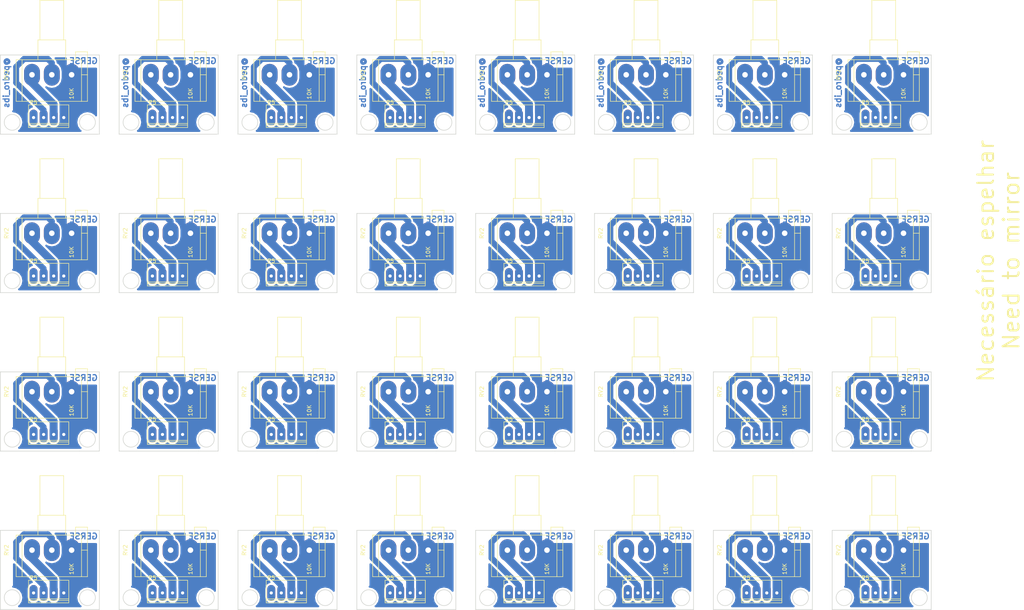
<source format=kicad_pcb>
(kicad_pcb (version 4) (host pcbnew 4.0.2+dfsg1-stable)
  (title_block (title "Sensor Potenciômetro para Shield Sensor Base Grover GERSE") (date 2017-07-11) (rev 1.0) (company "GERSE - Grupo de Estudos em Robótica e sistemas Embarcados") (comment 1 "Facebook: www.facebook.com/gerserobot/ ") (comment 2 "Instagram: www.instagram.com/gerserobot/  ") (comment 3 "Website: gerserobotica.com") (comment 4 "Projetista: @pedro_ibs (www.instagram.com/pedro_ibs/)"))
  (layers (0 F.Cu signal) (31 B.Cu signal) (34 B.Paste user) (35 F.Paste user) (36 B.SilkS user) (37 F.SilkS user) (38 B.Mask user) (39 F.Mask user) (44 Edge.Cuts user))
  (net 0 "")
  (net 1 GND)
  (net 2 VCC)
  (net 3 P7)
  (net 4 P8)
  (module Potentiometers:Potentiometer_Alps-RK16-single_largePads (layer F.Cu) (at 143 35 90)
    (fp_text reference RV2 (at 0 -6.42874 90) (layer F.SilkS))
    (fp_text value 10K (at -4.75 10 90) (layer F.SilkS))
    (pad 2 thru_hole oval (at 0 5.00126 90) (size 5.5 4) (drill 1.4) (layers *.Cu) (net 3 P7))
    (pad 3 thru_hole oval (at 0 10.00252 90) (size 5.5 4) (drill 1.4) (layers *.Cu) (net 1 GND))
    (pad 1 thru_hole oval (at 0 0 90) (size 5.5 4) (drill 1.4) (layers *.Cu) (net 2 VCC))
  )
  (module MY_kicad:molex_2510 (layer F.Cu) (at 143.4 45.8)
    (fp_text reference P5 (at 0 -3.81) (layer F.SilkS))
    (fp_text value CON4 hide)
    (pad 1 thru_hole oval (at 0 0) (size 2 4) (drill 0.8) (layers *.Cu) (net 4 P8))
    (pad 2 thru_hole oval (at 2.54 0) (size 2 4) (drill 0.8) (layers *.Cu) (net 3 P7))
    (pad 3 thru_hole oval (at 5.08 0) (size 2 4) (drill 0.8) (layers *.Cu) (net 2 VCC))
    (pad 4 thru_hole oval (at 7.62 0) (size 2 3) (drill 0.8) (layers *.Cu) (net 1 GND))
  )
  (module MY_kicad:molex_2510 (layer F.Cu) (at 143.4 85.8)
    (fp_text reference P5 (at 0 -3.81) (layer F.SilkS))
    (fp_text value CON4 hide)
    (pad 1 thru_hole oval (at 0 0) (size 2 4) (drill 0.8) (layers *.Cu) (net 4 P8))
    (pad 2 thru_hole oval (at 2.54 0) (size 2 4) (drill 0.8) (layers *.Cu) (net 3 P7))
    (pad 3 thru_hole oval (at 5.08 0) (size 2 4) (drill 0.8) (layers *.Cu) (net 2 VCC))
    (pad 4 thru_hole oval (at 7.62 0) (size 2 3) (drill 0.8) (layers *.Cu) (net 1 GND))
  )
  (module Potentiometers:Potentiometer_Alps-RK16-single_largePads (layer F.Cu) (at 143 75 90)
    (fp_text reference RV2 (at 0 -6.42874 90) (layer F.SilkS))
    (fp_text value 10K (at -4.75 10 90) (layer F.SilkS))
    (pad 2 thru_hole oval (at 0 5.00126 90) (size 5.5 4) (drill 1.4) (layers *.Cu) (net 3 P7))
    (pad 3 thru_hole oval (at 0 10.00252 90) (size 5.5 4) (drill 1.4) (layers *.Cu) (net 1 GND))
    (pad 1 thru_hole oval (at 0 0 90) (size 5.5 4) (drill 1.4) (layers *.Cu) (net 2 VCC))
  )
  (module Potentiometers:Potentiometer_Alps-RK16-single_largePads (layer F.Cu) (at 143 115 90)
    (fp_text reference RV2 (at 0 -6.42874 90) (layer F.SilkS))
    (fp_text value 10K (at -4.75 10 90) (layer F.SilkS))
    (pad 2 thru_hole oval (at 0 5.00126 90) (size 5.5 4) (drill 1.4) (layers *.Cu) (net 3 P7))
    (pad 3 thru_hole oval (at 0 10.00252 90) (size 5.5 4) (drill 1.4) (layers *.Cu) (net 1 GND))
    (pad 1 thru_hole oval (at 0 0 90) (size 5.5 4) (drill 1.4) (layers *.Cu) (net 2 VCC))
  )
  (module MY_kicad:molex_2510 (layer F.Cu) (at 143.4 125.8)
    (fp_text reference P5 (at 0 -3.81) (layer F.SilkS))
    (fp_text value CON4 hide)
    (pad 1 thru_hole oval (at 0 0) (size 2 4) (drill 0.8) (layers *.Cu) (net 4 P8))
    (pad 2 thru_hole oval (at 2.54 0) (size 2 4) (drill 0.8) (layers *.Cu) (net 3 P7))
    (pad 3 thru_hole oval (at 5.08 0) (size 2 4) (drill 0.8) (layers *.Cu) (net 2 VCC))
    (pad 4 thru_hole oval (at 7.62 0) (size 2 3) (drill 0.8) (layers *.Cu) (net 1 GND))
  )
  (module MY_kicad:molex_2510 (layer F.Cu) (at 143.4 165.8)
    (fp_text reference P5 (at 0 -3.81) (layer F.SilkS))
    (fp_text value CON4 hide)
    (pad 1 thru_hole oval (at 0 0) (size 2 4) (drill 0.8) (layers *.Cu) (net 4 P8))
    (pad 2 thru_hole oval (at 2.54 0) (size 2 4) (drill 0.8) (layers *.Cu) (net 3 P7))
    (pad 3 thru_hole oval (at 5.08 0) (size 2 4) (drill 0.8) (layers *.Cu) (net 2 VCC))
    (pad 4 thru_hole oval (at 7.62 0) (size 2 3) (drill 0.8) (layers *.Cu) (net 1 GND))
  )
  (module Potentiometers:Potentiometer_Alps-RK16-single_largePads (layer F.Cu) (at 143 155 90)
    (fp_text reference RV2 (at 0 -6.42874 90) (layer F.SilkS))
    (fp_text value 10K (at -4.75 10 90) (layer F.SilkS))
    (pad 2 thru_hole oval (at 0 5.00126 90) (size 5.5 4) (drill 1.4) (layers *.Cu) (net 3 P7))
    (pad 3 thru_hole oval (at 0 10.00252 90) (size 5.5 4) (drill 1.4) (layers *.Cu) (net 1 GND))
    (pad 1 thru_hole oval (at 0 0 90) (size 5.5 4) (drill 1.4) (layers *.Cu) (net 2 VCC))
  )
  (module Potentiometers:Potentiometer_Alps-RK16-single_largePads (layer F.Cu) (at 173 155 90)
    (fp_text reference RV2 (at 0 -6.42874 90) (layer F.SilkS))
    (fp_text value 10K (at -4.75 10 90) (layer F.SilkS))
    (pad 2 thru_hole oval (at 0 5.00126 90) (size 5.5 4) (drill 1.4) (layers *.Cu) (net 3 P7))
    (pad 3 thru_hole oval (at 0 10.00252 90) (size 5.5 4) (drill 1.4) (layers *.Cu) (net 1 GND))
    (pad 1 thru_hole oval (at 0 0 90) (size 5.5 4) (drill 1.4) (layers *.Cu) (net 2 VCC))
  )
  (module MY_kicad:molex_2510 (layer F.Cu) (at 173.4 165.8)
    (fp_text reference P5 (at 0 -3.81) (layer F.SilkS))
    (fp_text value CON4 hide)
    (pad 1 thru_hole oval (at 0 0) (size 2 4) (drill 0.8) (layers *.Cu) (net 4 P8))
    (pad 2 thru_hole oval (at 2.54 0) (size 2 4) (drill 0.8) (layers *.Cu) (net 3 P7))
    (pad 3 thru_hole oval (at 5.08 0) (size 2 4) (drill 0.8) (layers *.Cu) (net 2 VCC))
    (pad 4 thru_hole oval (at 7.62 0) (size 2 3) (drill 0.8) (layers *.Cu) (net 1 GND))
  )
  (module MY_kicad:molex_2510 (layer F.Cu) (at 173.4 125.8)
    (fp_text reference P5 (at 0 -3.81) (layer F.SilkS))
    (fp_text value CON4 hide)
    (pad 1 thru_hole oval (at 0 0) (size 2 4) (drill 0.8) (layers *.Cu) (net 4 P8))
    (pad 2 thru_hole oval (at 2.54 0) (size 2 4) (drill 0.8) (layers *.Cu) (net 3 P7))
    (pad 3 thru_hole oval (at 5.08 0) (size 2 4) (drill 0.8) (layers *.Cu) (net 2 VCC))
    (pad 4 thru_hole oval (at 7.62 0) (size 2 3) (drill 0.8) (layers *.Cu) (net 1 GND))
  )
  (module Potentiometers:Potentiometer_Alps-RK16-single_largePads (layer F.Cu) (at 173 115 90)
    (fp_text reference RV2 (at 0 -6.42874 90) (layer F.SilkS))
    (fp_text value 10K (at -4.75 10 90) (layer F.SilkS))
    (pad 2 thru_hole oval (at 0 5.00126 90) (size 5.5 4) (drill 1.4) (layers *.Cu) (net 3 P7))
    (pad 3 thru_hole oval (at 0 10.00252 90) (size 5.5 4) (drill 1.4) (layers *.Cu) (net 1 GND))
    (pad 1 thru_hole oval (at 0 0 90) (size 5.5 4) (drill 1.4) (layers *.Cu) (net 2 VCC))
  )
  (module Potentiometers:Potentiometer_Alps-RK16-single_largePads (layer F.Cu) (at 173 75 90)
    (fp_text reference RV2 (at 0 -6.42874 90) (layer F.SilkS))
    (fp_text value 10K (at -4.75 10 90) (layer F.SilkS))
    (pad 2 thru_hole oval (at 0 5.00126 90) (size 5.5 4) (drill 1.4) (layers *.Cu) (net 3 P7))
    (pad 3 thru_hole oval (at 0 10.00252 90) (size 5.5 4) (drill 1.4) (layers *.Cu) (net 1 GND))
    (pad 1 thru_hole oval (at 0 0 90) (size 5.5 4) (drill 1.4) (layers *.Cu) (net 2 VCC))
  )
  (module MY_kicad:molex_2510 (layer F.Cu) (at 173.4 85.8)
    (fp_text reference P5 (at 0 -3.81) (layer F.SilkS))
    (fp_text value CON4 hide)
    (pad 1 thru_hole oval (at 0 0) (size 2 4) (drill 0.8) (layers *.Cu) (net 4 P8))
    (pad 2 thru_hole oval (at 2.54 0) (size 2 4) (drill 0.8) (layers *.Cu) (net 3 P7))
    (pad 3 thru_hole oval (at 5.08 0) (size 2 4) (drill 0.8) (layers *.Cu) (net 2 VCC))
    (pad 4 thru_hole oval (at 7.62 0) (size 2 3) (drill 0.8) (layers *.Cu) (net 1 GND))
  )
  (module MY_kicad:molex_2510 (layer F.Cu) (at 173.4 45.8)
    (fp_text reference P5 (at 0 -3.81) (layer F.SilkS))
    (fp_text value CON4 hide)
    (pad 1 thru_hole oval (at 0 0) (size 2 4) (drill 0.8) (layers *.Cu) (net 4 P8))
    (pad 2 thru_hole oval (at 2.54 0) (size 2 4) (drill 0.8) (layers *.Cu) (net 3 P7))
    (pad 3 thru_hole oval (at 5.08 0) (size 2 4) (drill 0.8) (layers *.Cu) (net 2 VCC))
    (pad 4 thru_hole oval (at 7.62 0) (size 2 3) (drill 0.8) (layers *.Cu) (net 1 GND))
  )
  (module Potentiometers:Potentiometer_Alps-RK16-single_largePads (layer F.Cu) (at 173 35 90)
    (fp_text reference RV2 (at 0 -6.42874 90) (layer F.SilkS))
    (fp_text value 10K (at -4.75 10 90) (layer F.SilkS))
    (pad 2 thru_hole oval (at 0 5.00126 90) (size 5.5 4) (drill 1.4) (layers *.Cu) (net 3 P7))
    (pad 3 thru_hole oval (at 0 10.00252 90) (size 5.5 4) (drill 1.4) (layers *.Cu) (net 1 GND))
    (pad 1 thru_hole oval (at 0 0 90) (size 5.5 4) (drill 1.4) (layers *.Cu) (net 2 VCC))
  )
  (module Potentiometers:Potentiometer_Alps-RK16-single_largePads (layer F.Cu) (at 233 35 90)
    (fp_text reference RV2 (at 0 -6.42874 90) (layer F.SilkS))
    (fp_text value 10K (at -4.75 10 90) (layer F.SilkS))
    (pad 2 thru_hole oval (at 0 5.00126 90) (size 5.5 4) (drill 1.4) (layers *.Cu) (net 3 P7))
    (pad 3 thru_hole oval (at 0 10.00252 90) (size 5.5 4) (drill 1.4) (layers *.Cu) (net 1 GND))
    (pad 1 thru_hole oval (at 0 0 90) (size 5.5 4) (drill 1.4) (layers *.Cu) (net 2 VCC))
  )
  (module MY_kicad:molex_2510 (layer F.Cu) (at 233.4 45.8)
    (fp_text reference P5 (at 0 -3.81) (layer F.SilkS))
    (fp_text value CON4 hide)
    (pad 1 thru_hole oval (at 0 0) (size 2 4) (drill 0.8) (layers *.Cu) (net 4 P8))
    (pad 2 thru_hole oval (at 2.54 0) (size 2 4) (drill 0.8) (layers *.Cu) (net 3 P7))
    (pad 3 thru_hole oval (at 5.08 0) (size 2 4) (drill 0.8) (layers *.Cu) (net 2 VCC))
    (pad 4 thru_hole oval (at 7.62 0) (size 2 3) (drill 0.8) (layers *.Cu) (net 1 GND))
  )
  (module MY_kicad:molex_2510 (layer F.Cu) (at 233.4 85.8)
    (fp_text reference P5 (at 0 -3.81) (layer F.SilkS))
    (fp_text value CON4 hide)
    (pad 1 thru_hole oval (at 0 0) (size 2 4) (drill 0.8) (layers *.Cu) (net 4 P8))
    (pad 2 thru_hole oval (at 2.54 0) (size 2 4) (drill 0.8) (layers *.Cu) (net 3 P7))
    (pad 3 thru_hole oval (at 5.08 0) (size 2 4) (drill 0.8) (layers *.Cu) (net 2 VCC))
    (pad 4 thru_hole oval (at 7.62 0) (size 2 3) (drill 0.8) (layers *.Cu) (net 1 GND))
  )
  (module Potentiometers:Potentiometer_Alps-RK16-single_largePads (layer F.Cu) (at 233 75 90)
    (fp_text reference RV2 (at 0 -6.42874 90) (layer F.SilkS))
    (fp_text value 10K (at -4.75 10 90) (layer F.SilkS))
    (pad 2 thru_hole oval (at 0 5.00126 90) (size 5.5 4) (drill 1.4) (layers *.Cu) (net 3 P7))
    (pad 3 thru_hole oval (at 0 10.00252 90) (size 5.5 4) (drill 1.4) (layers *.Cu) (net 1 GND))
    (pad 1 thru_hole oval (at 0 0 90) (size 5.5 4) (drill 1.4) (layers *.Cu) (net 2 VCC))
  )
  (module Potentiometers:Potentiometer_Alps-RK16-single_largePads (layer F.Cu) (at 233 115 90)
    (fp_text reference RV2 (at 0 -6.42874 90) (layer F.SilkS))
    (fp_text value 10K (at -4.75 10 90) (layer F.SilkS))
    (pad 2 thru_hole oval (at 0 5.00126 90) (size 5.5 4) (drill 1.4) (layers *.Cu) (net 3 P7))
    (pad 3 thru_hole oval (at 0 10.00252 90) (size 5.5 4) (drill 1.4) (layers *.Cu) (net 1 GND))
    (pad 1 thru_hole oval (at 0 0 90) (size 5.5 4) (drill 1.4) (layers *.Cu) (net 2 VCC))
  )
  (module MY_kicad:molex_2510 (layer F.Cu) (at 233.4 125.8)
    (fp_text reference P5 (at 0 -3.81) (layer F.SilkS))
    (fp_text value CON4 hide)
    (pad 1 thru_hole oval (at 0 0) (size 2 4) (drill 0.8) (layers *.Cu) (net 4 P8))
    (pad 2 thru_hole oval (at 2.54 0) (size 2 4) (drill 0.8) (layers *.Cu) (net 3 P7))
    (pad 3 thru_hole oval (at 5.08 0) (size 2 4) (drill 0.8) (layers *.Cu) (net 2 VCC))
    (pad 4 thru_hole oval (at 7.62 0) (size 2 3) (drill 0.8) (layers *.Cu) (net 1 GND))
  )
  (module MY_kicad:molex_2510 (layer F.Cu) (at 233.4 165.8)
    (fp_text reference P5 (at 0 -3.81) (layer F.SilkS))
    (fp_text value CON4 hide)
    (pad 1 thru_hole oval (at 0 0) (size 2 4) (drill 0.8) (layers *.Cu) (net 4 P8))
    (pad 2 thru_hole oval (at 2.54 0) (size 2 4) (drill 0.8) (layers *.Cu) (net 3 P7))
    (pad 3 thru_hole oval (at 5.08 0) (size 2 4) (drill 0.8) (layers *.Cu) (net 2 VCC))
    (pad 4 thru_hole oval (at 7.62 0) (size 2 3) (drill 0.8) (layers *.Cu) (net 1 GND))
  )
  (module Potentiometers:Potentiometer_Alps-RK16-single_largePads (layer F.Cu) (at 233 155 90)
    (fp_text reference RV2 (at 0 -6.42874 90) (layer F.SilkS))
    (fp_text value 10K (at -4.75 10 90) (layer F.SilkS))
    (pad 2 thru_hole oval (at 0 5.00126 90) (size 5.5 4) (drill 1.4) (layers *.Cu) (net 3 P7))
    (pad 3 thru_hole oval (at 0 10.00252 90) (size 5.5 4) (drill 1.4) (layers *.Cu) (net 1 GND))
    (pad 1 thru_hole oval (at 0 0 90) (size 5.5 4) (drill 1.4) (layers *.Cu) (net 2 VCC))
  )
  (module Potentiometers:Potentiometer_Alps-RK16-single_largePads (layer F.Cu) (at 203 155 90)
    (fp_text reference RV2 (at 0 -6.42874 90) (layer F.SilkS))
    (fp_text value 10K (at -4.75 10 90) (layer F.SilkS))
    (pad 2 thru_hole oval (at 0 5.00126 90) (size 5.5 4) (drill 1.4) (layers *.Cu) (net 3 P7))
    (pad 3 thru_hole oval (at 0 10.00252 90) (size 5.5 4) (drill 1.4) (layers *.Cu) (net 1 GND))
    (pad 1 thru_hole oval (at 0 0 90) (size 5.5 4) (drill 1.4) (layers *.Cu) (net 2 VCC))
  )
  (module MY_kicad:molex_2510 (layer F.Cu) (at 203.4 165.8)
    (fp_text reference P5 (at 0 -3.81) (layer F.SilkS))
    (fp_text value CON4 hide)
    (pad 1 thru_hole oval (at 0 0) (size 2 4) (drill 0.8) (layers *.Cu) (net 4 P8))
    (pad 2 thru_hole oval (at 2.54 0) (size 2 4) (drill 0.8) (layers *.Cu) (net 3 P7))
    (pad 3 thru_hole oval (at 5.08 0) (size 2 4) (drill 0.8) (layers *.Cu) (net 2 VCC))
    (pad 4 thru_hole oval (at 7.62 0) (size 2 3) (drill 0.8) (layers *.Cu) (net 1 GND))
  )
  (module MY_kicad:molex_2510 (layer F.Cu) (at 203.4 125.8)
    (fp_text reference P5 (at 0 -3.81) (layer F.SilkS))
    (fp_text value CON4 hide)
    (pad 1 thru_hole oval (at 0 0) (size 2 4) (drill 0.8) (layers *.Cu) (net 4 P8))
    (pad 2 thru_hole oval (at 2.54 0) (size 2 4) (drill 0.8) (layers *.Cu) (net 3 P7))
    (pad 3 thru_hole oval (at 5.08 0) (size 2 4) (drill 0.8) (layers *.Cu) (net 2 VCC))
    (pad 4 thru_hole oval (at 7.62 0) (size 2 3) (drill 0.8) (layers *.Cu) (net 1 GND))
  )
  (module Potentiometers:Potentiometer_Alps-RK16-single_largePads (layer F.Cu) (at 203 115 90)
    (fp_text reference RV2 (at 0 -6.42874 90) (layer F.SilkS))
    (fp_text value 10K (at -4.75 10 90) (layer F.SilkS))
    (pad 2 thru_hole oval (at 0 5.00126 90) (size 5.5 4) (drill 1.4) (layers *.Cu) (net 3 P7))
    (pad 3 thru_hole oval (at 0 10.00252 90) (size 5.5 4) (drill 1.4) (layers *.Cu) (net 1 GND))
    (pad 1 thru_hole oval (at 0 0 90) (size 5.5 4) (drill 1.4) (layers *.Cu) (net 2 VCC))
  )
  (module Potentiometers:Potentiometer_Alps-RK16-single_largePads (layer F.Cu) (at 203 75 90)
    (fp_text reference RV2 (at 0 -6.42874 90) (layer F.SilkS))
    (fp_text value 10K (at -4.75 10 90) (layer F.SilkS))
    (pad 2 thru_hole oval (at 0 5.00126 90) (size 5.5 4) (drill 1.4) (layers *.Cu) (net 3 P7))
    (pad 3 thru_hole oval (at 0 10.00252 90) (size 5.5 4) (drill 1.4) (layers *.Cu) (net 1 GND))
    (pad 1 thru_hole oval (at 0 0 90) (size 5.5 4) (drill 1.4) (layers *.Cu) (net 2 VCC))
  )
  (module MY_kicad:molex_2510 (layer F.Cu) (at 203.4 85.8)
    (fp_text reference P5 (at 0 -3.81) (layer F.SilkS))
    (fp_text value CON4 hide)
    (pad 1 thru_hole oval (at 0 0) (size 2 4) (drill 0.8) (layers *.Cu) (net 4 P8))
    (pad 2 thru_hole oval (at 2.54 0) (size 2 4) (drill 0.8) (layers *.Cu) (net 3 P7))
    (pad 3 thru_hole oval (at 5.08 0) (size 2 4) (drill 0.8) (layers *.Cu) (net 2 VCC))
    (pad 4 thru_hole oval (at 7.62 0) (size 2 3) (drill 0.8) (layers *.Cu) (net 1 GND))
  )
  (module MY_kicad:molex_2510 (layer F.Cu) (at 203.4 45.8)
    (fp_text reference P5 (at 0 -3.81) (layer F.SilkS))
    (fp_text value CON4 hide)
    (pad 1 thru_hole oval (at 0 0) (size 2 4) (drill 0.8) (layers *.Cu) (net 4 P8))
    (pad 2 thru_hole oval (at 2.54 0) (size 2 4) (drill 0.8) (layers *.Cu) (net 3 P7))
    (pad 3 thru_hole oval (at 5.08 0) (size 2 4) (drill 0.8) (layers *.Cu) (net 2 VCC))
    (pad 4 thru_hole oval (at 7.62 0) (size 2 3) (drill 0.8) (layers *.Cu) (net 1 GND))
  )
  (module Potentiometers:Potentiometer_Alps-RK16-single_largePads (layer F.Cu) (at 203 35 90)
    (fp_text reference RV2 (at 0 -6.42874 90) (layer F.SilkS))
    (fp_text value 10K (at -4.75 10 90) (layer F.SilkS))
    (pad 2 thru_hole oval (at 0 5.00126 90) (size 5.5 4) (drill 1.4) (layers *.Cu) (net 3 P7))
    (pad 3 thru_hole oval (at 0 10.00252 90) (size 5.5 4) (drill 1.4) (layers *.Cu) (net 1 GND))
    (pad 1 thru_hole oval (at 0 0 90) (size 5.5 4) (drill 1.4) (layers *.Cu) (net 2 VCC))
  )
  (module Potentiometers:Potentiometer_Alps-RK16-single_largePads (layer F.Cu) (at 83 35 90)
    (fp_text reference RV2 (at 0 -6.42874 90) (layer F.SilkS))
    (fp_text value 10K (at -4.75 10 90) (layer F.SilkS))
    (pad 2 thru_hole oval (at 0 5.00126 90) (size 5.5 4) (drill 1.4) (layers *.Cu) (net 3 P7))
    (pad 3 thru_hole oval (at 0 10.00252 90) (size 5.5 4) (drill 1.4) (layers *.Cu) (net 1 GND))
    (pad 1 thru_hole oval (at 0 0 90) (size 5.5 4) (drill 1.4) (layers *.Cu) (net 2 VCC))
  )
  (module MY_kicad:molex_2510 (layer F.Cu) (at 83.4 45.8)
    (fp_text reference P5 (at 0 -3.81) (layer F.SilkS))
    (fp_text value CON4 hide)
    (pad 1 thru_hole oval (at 0 0) (size 2 4) (drill 0.8) (layers *.Cu) (net 4 P8))
    (pad 2 thru_hole oval (at 2.54 0) (size 2 4) (drill 0.8) (layers *.Cu) (net 3 P7))
    (pad 3 thru_hole oval (at 5.08 0) (size 2 4) (drill 0.8) (layers *.Cu) (net 2 VCC))
    (pad 4 thru_hole oval (at 7.62 0) (size 2 3) (drill 0.8) (layers *.Cu) (net 1 GND))
  )
  (module MY_kicad:molex_2510 (layer F.Cu) (at 83.4 85.8)
    (fp_text reference P5 (at 0 -3.81) (layer F.SilkS))
    (fp_text value CON4 hide)
    (pad 1 thru_hole oval (at 0 0) (size 2 4) (drill 0.8) (layers *.Cu) (net 4 P8))
    (pad 2 thru_hole oval (at 2.54 0) (size 2 4) (drill 0.8) (layers *.Cu) (net 3 P7))
    (pad 3 thru_hole oval (at 5.08 0) (size 2 4) (drill 0.8) (layers *.Cu) (net 2 VCC))
    (pad 4 thru_hole oval (at 7.62 0) (size 2 3) (drill 0.8) (layers *.Cu) (net 1 GND))
  )
  (module Potentiometers:Potentiometer_Alps-RK16-single_largePads (layer F.Cu) (at 83 75 90)
    (fp_text reference RV2 (at 0 -6.42874 90) (layer F.SilkS))
    (fp_text value 10K (at -4.75 10 90) (layer F.SilkS))
    (pad 2 thru_hole oval (at 0 5.00126 90) (size 5.5 4) (drill 1.4) (layers *.Cu) (net 3 P7))
    (pad 3 thru_hole oval (at 0 10.00252 90) (size 5.5 4) (drill 1.4) (layers *.Cu) (net 1 GND))
    (pad 1 thru_hole oval (at 0 0 90) (size 5.5 4) (drill 1.4) (layers *.Cu) (net 2 VCC))
  )
  (module Potentiometers:Potentiometer_Alps-RK16-single_largePads (layer F.Cu) (at 83 115 90)
    (fp_text reference RV2 (at 0 -6.42874 90) (layer F.SilkS))
    (fp_text value 10K (at -4.75 10 90) (layer F.SilkS))
    (pad 2 thru_hole oval (at 0 5.00126 90) (size 5.5 4) (drill 1.4) (layers *.Cu) (net 3 P7))
    (pad 3 thru_hole oval (at 0 10.00252 90) (size 5.5 4) (drill 1.4) (layers *.Cu) (net 1 GND))
    (pad 1 thru_hole oval (at 0 0 90) (size 5.5 4) (drill 1.4) (layers *.Cu) (net 2 VCC))
  )
  (module MY_kicad:molex_2510 (layer F.Cu) (at 83.4 125.8)
    (fp_text reference P5 (at 0 -3.81) (layer F.SilkS))
    (fp_text value CON4 hide)
    (pad 1 thru_hole oval (at 0 0) (size 2 4) (drill 0.8) (layers *.Cu) (net 4 P8))
    (pad 2 thru_hole oval (at 2.54 0) (size 2 4) (drill 0.8) (layers *.Cu) (net 3 P7))
    (pad 3 thru_hole oval (at 5.08 0) (size 2 4) (drill 0.8) (layers *.Cu) (net 2 VCC))
    (pad 4 thru_hole oval (at 7.62 0) (size 2 3) (drill 0.8) (layers *.Cu) (net 1 GND))
  )
  (module MY_kicad:molex_2510 (layer F.Cu) (at 83.4 165.8)
    (fp_text reference P5 (at 0 -3.81) (layer F.SilkS))
    (fp_text value CON4 hide)
    (pad 1 thru_hole oval (at 0 0) (size 2 4) (drill 0.8) (layers *.Cu) (net 4 P8))
    (pad 2 thru_hole oval (at 2.54 0) (size 2 4) (drill 0.8) (layers *.Cu) (net 3 P7))
    (pad 3 thru_hole oval (at 5.08 0) (size 2 4) (drill 0.8) (layers *.Cu) (net 2 VCC))
    (pad 4 thru_hole oval (at 7.62 0) (size 2 3) (drill 0.8) (layers *.Cu) (net 1 GND))
  )
  (module Potentiometers:Potentiometer_Alps-RK16-single_largePads (layer F.Cu) (at 83 155 90)
    (fp_text reference RV2 (at 0 -6.42874 90) (layer F.SilkS))
    (fp_text value 10K (at -4.75 10 90) (layer F.SilkS))
    (pad 2 thru_hole oval (at 0 5.00126 90) (size 5.5 4) (drill 1.4) (layers *.Cu) (net 3 P7))
    (pad 3 thru_hole oval (at 0 10.00252 90) (size 5.5 4) (drill 1.4) (layers *.Cu) (net 1 GND))
    (pad 1 thru_hole oval (at 0 0 90) (size 5.5 4) (drill 1.4) (layers *.Cu) (net 2 VCC))
  )
  (module Potentiometers:Potentiometer_Alps-RK16-single_largePads (layer F.Cu) (at 113 155 90)
    (fp_text reference RV2 (at 0 -6.42874 90) (layer F.SilkS))
    (fp_text value 10K (at -4.75 10 90) (layer F.SilkS))
    (pad 2 thru_hole oval (at 0 5.00126 90) (size 5.5 4) (drill 1.4) (layers *.Cu) (net 3 P7))
    (pad 3 thru_hole oval (at 0 10.00252 90) (size 5.5 4) (drill 1.4) (layers *.Cu) (net 1 GND))
    (pad 1 thru_hole oval (at 0 0 90) (size 5.5 4) (drill 1.4) (layers *.Cu) (net 2 VCC))
  )
  (module MY_kicad:molex_2510 (layer F.Cu) (at 113.4 165.8)
    (fp_text reference P5 (at 0 -3.81) (layer F.SilkS))
    (fp_text value CON4 hide)
    (pad 1 thru_hole oval (at 0 0) (size 2 4) (drill 0.8) (layers *.Cu) (net 4 P8))
    (pad 2 thru_hole oval (at 2.54 0) (size 2 4) (drill 0.8) (layers *.Cu) (net 3 P7))
    (pad 3 thru_hole oval (at 5.08 0) (size 2 4) (drill 0.8) (layers *.Cu) (net 2 VCC))
    (pad 4 thru_hole oval (at 7.62 0) (size 2 3) (drill 0.8) (layers *.Cu) (net 1 GND))
  )
  (module MY_kicad:molex_2510 (layer F.Cu) (at 113.4 125.8)
    (fp_text reference P5 (at 0 -3.81) (layer F.SilkS))
    (fp_text value CON4 hide)
    (pad 1 thru_hole oval (at 0 0) (size 2 4) (drill 0.8) (layers *.Cu) (net 4 P8))
    (pad 2 thru_hole oval (at 2.54 0) (size 2 4) (drill 0.8) (layers *.Cu) (net 3 P7))
    (pad 3 thru_hole oval (at 5.08 0) (size 2 4) (drill 0.8) (layers *.Cu) (net 2 VCC))
    (pad 4 thru_hole oval (at 7.62 0) (size 2 3) (drill 0.8) (layers *.Cu) (net 1 GND))
  )
  (module Potentiometers:Potentiometer_Alps-RK16-single_largePads (layer F.Cu) (at 113 115 90)
    (fp_text reference RV2 (at 0 -6.42874 90) (layer F.SilkS))
    (fp_text value 10K (at -4.75 10 90) (layer F.SilkS))
    (pad 2 thru_hole oval (at 0 5.00126 90) (size 5.5 4) (drill 1.4) (layers *.Cu) (net 3 P7))
    (pad 3 thru_hole oval (at 0 10.00252 90) (size 5.5 4) (drill 1.4) (layers *.Cu) (net 1 GND))
    (pad 1 thru_hole oval (at 0 0 90) (size 5.5 4) (drill 1.4) (layers *.Cu) (net 2 VCC))
  )
  (module Potentiometers:Potentiometer_Alps-RK16-single_largePads (layer F.Cu) (at 113 75 90)
    (fp_text reference RV2 (at 0 -6.42874 90) (layer F.SilkS))
    (fp_text value 10K (at -4.75 10 90) (layer F.SilkS))
    (pad 2 thru_hole oval (at 0 5.00126 90) (size 5.5 4) (drill 1.4) (layers *.Cu) (net 3 P7))
    (pad 3 thru_hole oval (at 0 10.00252 90) (size 5.5 4) (drill 1.4) (layers *.Cu) (net 1 GND))
    (pad 1 thru_hole oval (at 0 0 90) (size 5.5 4) (drill 1.4) (layers *.Cu) (net 2 VCC))
  )
  (module MY_kicad:molex_2510 (layer F.Cu) (at 113.4 85.8)
    (fp_text reference P5 (at 0 -3.81) (layer F.SilkS))
    (fp_text value CON4 hide)
    (pad 1 thru_hole oval (at 0 0) (size 2 4) (drill 0.8) (layers *.Cu) (net 4 P8))
    (pad 2 thru_hole oval (at 2.54 0) (size 2 4) (drill 0.8) (layers *.Cu) (net 3 P7))
    (pad 3 thru_hole oval (at 5.08 0) (size 2 4) (drill 0.8) (layers *.Cu) (net 2 VCC))
    (pad 4 thru_hole oval (at 7.62 0) (size 2 3) (drill 0.8) (layers *.Cu) (net 1 GND))
  )
  (module MY_kicad:molex_2510 (layer F.Cu) (at 113.4 45.8)
    (fp_text reference P5 (at 0 -3.81) (layer F.SilkS))
    (fp_text value CON4 hide)
    (pad 1 thru_hole oval (at 0 0) (size 2 4) (drill 0.8) (layers *.Cu) (net 4 P8))
    (pad 2 thru_hole oval (at 2.54 0) (size 2 4) (drill 0.8) (layers *.Cu) (net 3 P7))
    (pad 3 thru_hole oval (at 5.08 0) (size 2 4) (drill 0.8) (layers *.Cu) (net 2 VCC))
    (pad 4 thru_hole oval (at 7.62 0) (size 2 3) (drill 0.8) (layers *.Cu) (net 1 GND))
  )
  (module Potentiometers:Potentiometer_Alps-RK16-single_largePads (layer F.Cu) (at 113 35 90)
    (fp_text reference RV2 (at 0 -6.42874 90) (layer F.SilkS))
    (fp_text value 10K (at -4.75 10 90) (layer F.SilkS))
    (pad 2 thru_hole oval (at 0 5.00126 90) (size 5.5 4) (drill 1.4) (layers *.Cu) (net 3 P7))
    (pad 3 thru_hole oval (at 0 10.00252 90) (size 5.5 4) (drill 1.4) (layers *.Cu) (net 1 GND))
    (pad 1 thru_hole oval (at 0 0 90) (size 5.5 4) (drill 1.4) (layers *.Cu) (net 2 VCC))
  )
  (module Potentiometers:Potentiometer_Alps-RK16-single_largePads (layer F.Cu) (at 53 35 90)
    (fp_text reference RV2 (at 0 -6.42874 90) (layer F.SilkS))
    (fp_text value 10K (at -4.75 10 90) (layer F.SilkS))
    (pad 2 thru_hole oval (at 0 5.00126 90) (size 5.5 4) (drill 1.4) (layers *.Cu) (net 3 P7))
    (pad 3 thru_hole oval (at 0 10.00252 90) (size 5.5 4) (drill 1.4) (layers *.Cu) (net 1 GND))
    (pad 1 thru_hole oval (at 0 0 90) (size 5.5 4) (drill 1.4) (layers *.Cu) (net 2 VCC))
  )
  (module MY_kicad:molex_2510 (layer F.Cu) (at 53.4 45.8)
    (fp_text reference P5 (at 0 -3.81) (layer F.SilkS))
    (fp_text value CON4 hide)
    (pad 1 thru_hole oval (at 0 0) (size 2 4) (drill 0.8) (layers *.Cu) (net 4 P8))
    (pad 2 thru_hole oval (at 2.54 0) (size 2 4) (drill 0.8) (layers *.Cu) (net 3 P7))
    (pad 3 thru_hole oval (at 5.08 0) (size 2 4) (drill 0.8) (layers *.Cu) (net 2 VCC))
    (pad 4 thru_hole oval (at 7.62 0) (size 2 3) (drill 0.8) (layers *.Cu) (net 1 GND))
  )
  (module MY_kicad:molex_2510 (layer F.Cu) (at 53.4 85.8)
    (fp_text reference P5 (at 0 -3.81) (layer F.SilkS))
    (fp_text value CON4 hide)
    (pad 1 thru_hole oval (at 0 0) (size 2 4) (drill 0.8) (layers *.Cu) (net 4 P8))
    (pad 2 thru_hole oval (at 2.54 0) (size 2 4) (drill 0.8) (layers *.Cu) (net 3 P7))
    (pad 3 thru_hole oval (at 5.08 0) (size 2 4) (drill 0.8) (layers *.Cu) (net 2 VCC))
    (pad 4 thru_hole oval (at 7.62 0) (size 2 3) (drill 0.8) (layers *.Cu) (net 1 GND))
  )
  (module Potentiometers:Potentiometer_Alps-RK16-single_largePads (layer F.Cu) (at 53 75 90)
    (fp_text reference RV2 (at 0 -6.42874 90) (layer F.SilkS))
    (fp_text value 10K (at -4.75 10 90) (layer F.SilkS))
    (pad 2 thru_hole oval (at 0 5.00126 90) (size 5.5 4) (drill 1.4) (layers *.Cu) (net 3 P7))
    (pad 3 thru_hole oval (at 0 10.00252 90) (size 5.5 4) (drill 1.4) (layers *.Cu) (net 1 GND))
    (pad 1 thru_hole oval (at 0 0 90) (size 5.5 4) (drill 1.4) (layers *.Cu) (net 2 VCC))
  )
  (module Potentiometers:Potentiometer_Alps-RK16-single_largePads (layer F.Cu) (at 53 115 90)
    (fp_text reference RV2 (at 0 -6.42874 90) (layer F.SilkS))
    (fp_text value 10K (at -4.75 10 90) (layer F.SilkS))
    (pad 2 thru_hole oval (at 0 5.00126 90) (size 5.5 4) (drill 1.4) (layers *.Cu) (net 3 P7))
    (pad 3 thru_hole oval (at 0 10.00252 90) (size 5.5 4) (drill 1.4) (layers *.Cu) (net 1 GND))
    (pad 1 thru_hole oval (at 0 0 90) (size 5.5 4) (drill 1.4) (layers *.Cu) (net 2 VCC))
  )
  (module MY_kicad:molex_2510 (layer F.Cu) (at 53.4 125.8)
    (fp_text reference P5 (at 0 -3.81) (layer F.SilkS))
    (fp_text value CON4 hide)
    (pad 1 thru_hole oval (at 0 0) (size 2 4) (drill 0.8) (layers *.Cu) (net 4 P8))
    (pad 2 thru_hole oval (at 2.54 0) (size 2 4) (drill 0.8) (layers *.Cu) (net 3 P7))
    (pad 3 thru_hole oval (at 5.08 0) (size 2 4) (drill 0.8) (layers *.Cu) (net 2 VCC))
    (pad 4 thru_hole oval (at 7.62 0) (size 2 3) (drill 0.8) (layers *.Cu) (net 1 GND))
  )
  (module MY_kicad:molex_2510 (layer F.Cu) (at 53.4 165.8)
    (fp_text reference P5 (at 0 -3.81) (layer F.SilkS))
    (fp_text value CON4 hide)
    (pad 1 thru_hole oval (at 0 0) (size 2 4) (drill 0.8) (layers *.Cu) (net 4 P8))
    (pad 2 thru_hole oval (at 2.54 0) (size 2 4) (drill 0.8) (layers *.Cu) (net 3 P7))
    (pad 3 thru_hole oval (at 5.08 0) (size 2 4) (drill 0.8) (layers *.Cu) (net 2 VCC))
    (pad 4 thru_hole oval (at 7.62 0) (size 2 3) (drill 0.8) (layers *.Cu) (net 1 GND))
  )
  (module Potentiometers:Potentiometer_Alps-RK16-single_largePads (layer F.Cu) (at 53 155 90)
    (fp_text reference RV2 (at 0 -6.42874 90) (layer F.SilkS))
    (fp_text value 10K (at -4.75 10 90) (layer F.SilkS))
    (pad 2 thru_hole oval (at 0 5.00126 90) (size 5.5 4) (drill 1.4) (layers *.Cu) (net 3 P7))
    (pad 3 thru_hole oval (at 0 10.00252 90) (size 5.5 4) (drill 1.4) (layers *.Cu) (net 1 GND))
    (pad 1 thru_hole oval (at 0 0 90) (size 5.5 4) (drill 1.4) (layers *.Cu) (net 2 VCC))
  )
  (module Potentiometers:Potentiometer_Alps-RK16-single_largePads (layer F.Cu) (at 23 155 90)
    (fp_text reference RV2 (at 0 -6.42874 90) (layer F.SilkS))
    (fp_text value 10K (at -4.75 10 90) (layer F.SilkS))
    (pad 2 thru_hole oval (at 0 5.00126 90) (size 5.5 4) (drill 1.4) (layers *.Cu) (net 3 P7))
    (pad 3 thru_hole oval (at 0 10.00252 90) (size 5.5 4) (drill 1.4) (layers *.Cu) (net 1 GND))
    (pad 1 thru_hole oval (at 0 0 90) (size 5.5 4) (drill 1.4) (layers *.Cu) (net 2 VCC))
  )
  (module MY_kicad:molex_2510 (layer F.Cu) (at 23.4 165.8)
    (fp_text reference P5 (at 0 -3.81) (layer F.SilkS))
    (fp_text value CON4 hide)
    (pad 1 thru_hole oval (at 0 0) (size 2 4) (drill 0.8) (layers *.Cu) (net 4 P8))
    (pad 2 thru_hole oval (at 2.54 0) (size 2 4) (drill 0.8) (layers *.Cu) (net 3 P7))
    (pad 3 thru_hole oval (at 5.08 0) (size 2 4) (drill 0.8) (layers *.Cu) (net 2 VCC))
    (pad 4 thru_hole oval (at 7.62 0) (size 2 3) (drill 0.8) (layers *.Cu) (net 1 GND))
  )
  (module MY_kicad:molex_2510 (layer F.Cu) (at 23.4 125.8)
    (fp_text reference P5 (at 0 -3.81) (layer F.SilkS))
    (fp_text value CON4 hide)
    (pad 1 thru_hole oval (at 0 0) (size 2 4) (drill 0.8) (layers *.Cu) (net 4 P8))
    (pad 2 thru_hole oval (at 2.54 0) (size 2 4) (drill 0.8) (layers *.Cu) (net 3 P7))
    (pad 3 thru_hole oval (at 5.08 0) (size 2 4) (drill 0.8) (layers *.Cu) (net 2 VCC))
    (pad 4 thru_hole oval (at 7.62 0) (size 2 3) (drill 0.8) (layers *.Cu) (net 1 GND))
  )
  (module Potentiometers:Potentiometer_Alps-RK16-single_largePads (layer F.Cu) (at 23 115 90)
    (fp_text reference RV2 (at 0 -6.42874 90) (layer F.SilkS))
    (fp_text value 10K (at -4.75 10 90) (layer F.SilkS))
    (pad 2 thru_hole oval (at 0 5.00126 90) (size 5.5 4) (drill 1.4) (layers *.Cu) (net 3 P7))
    (pad 3 thru_hole oval (at 0 10.00252 90) (size 5.5 4) (drill 1.4) (layers *.Cu) (net 1 GND))
    (pad 1 thru_hole oval (at 0 0 90) (size 5.5 4) (drill 1.4) (layers *.Cu) (net 2 VCC))
  )
  (module Potentiometers:Potentiometer_Alps-RK16-single_largePads (layer F.Cu) (at 23 75 90)
    (fp_text reference RV2 (at 0 -6.42874 90) (layer F.SilkS))
    (fp_text value 10K (at -4.75 10 90) (layer F.SilkS))
    (pad 2 thru_hole oval (at 0 5.00126 90) (size 5.5 4) (drill 1.4) (layers *.Cu) (net 3 P7))
    (pad 3 thru_hole oval (at 0 10.00252 90) (size 5.5 4) (drill 1.4) (layers *.Cu) (net 1 GND))
    (pad 1 thru_hole oval (at 0 0 90) (size 5.5 4) (drill 1.4) (layers *.Cu) (net 2 VCC))
  )
  (module MY_kicad:molex_2510 (layer F.Cu) (at 23.4 85.8)
    (fp_text reference P5 (at 0 -3.81) (layer F.SilkS))
    (fp_text value CON4 hide)
    (pad 1 thru_hole oval (at 0 0) (size 2 4) (drill 0.8) (layers *.Cu) (net 4 P8))
    (pad 2 thru_hole oval (at 2.54 0) (size 2 4) (drill 0.8) (layers *.Cu) (net 3 P7))
    (pad 3 thru_hole oval (at 5.08 0) (size 2 4) (drill 0.8) (layers *.Cu) (net 2 VCC))
    (pad 4 thru_hole oval (at 7.62 0) (size 2 3) (drill 0.8) (layers *.Cu) (net 1 GND))
  )
  (module MY_kicad:molex_2510 (layer F.Cu) (at 23.4 45.8)
    (fp_text reference P5 (at 0 -3.81) (layer F.SilkS))
    (fp_text value CON4 hide)
    (pad 1 thru_hole oval (at 0 0) (size 2 4) (drill 0.8) (layers *.Cu) (net 4 P8))
    (pad 2 thru_hole oval (at 2.54 0) (size 2 4) (drill 0.8) (layers *.Cu) (net 3 P7))
    (pad 3 thru_hole oval (at 5.08 0) (size 2 4) (drill 0.8) (layers *.Cu) (net 2 VCC))
    (pad 4 thru_hole oval (at 7.62 0) (size 2 3) (drill 0.8) (layers *.Cu) (net 1 GND))
  )
  (module Potentiometers:Potentiometer_Alps-RK16-single_largePads (layer F.Cu) (at 23 35 90)
    (fp_text reference RV2 (at 0 -6.42874 90) (layer F.SilkS))
    (fp_text value 10K (at -4.75 10 90) (layer F.SilkS))
    (pad 2 thru_hole oval (at 0 5.00126 90) (size 5.5 4) (drill 1.4) (layers *.Cu) (net 3 P7))
    (pad 3 thru_hole oval (at 0 10.00252 90) (size 5.5 4) (drill 1.4) (layers *.Cu) (net 1 GND))
    (pad 1 thru_hole oval (at 0 0 90) (size 5.5 4) (drill 1.4) (layers *.Cu) (net 2 VCC))
  )
  (gr_text "Necessário espelhar\nNeed to mirror" (at 267 82 90) (layer F.SilkS) (effects (font (size 4 4) (thickness 0.5))))
  (gr_line (start 135 30) (end 135 50) (angle 90) (layer Edge.Cuts) (width 0.15))
  (gr_line (start 135 50) (end 155 50) (angle 90) (layer Edge.Cuts) (width 0.15))
  (gr_line (start 155 50) (end 160 50) (angle 90) (layer Edge.Cuts) (width 0.15))
  (gr_line (start 160 50) (end 160 30) (angle 90) (layer Edge.Cuts) (width 0.15))
  (gr_line (start 160 30) (end 135 30) (angle 90) (layer Edge.Cuts) (width 0.15))
  (gr_circle (center 157 47) (end 159 47) (layer Edge.Cuts) (width 0.15))
  (gr_circle (center 138 47) (end 140 47) (layer Edge.Cuts) (width 0.15))
  (gr_text @pedro_ibs (at 136.5 37 90) (layer B.Cu) (effects (font (size 1.5 1.5) (thickness 0.3)) (justify mirror)))
  (gr_text GERSE (at 156 31.5) (layer B.Cu) (effects (font (size 1.5 1.5) (thickness 0.3)) (justify mirror)))
  (gr_text GERSE (at 156 71.5) (layer B.Cu) (effects (font (size 1.5 1.5) (thickness 0.3)) (justify mirror)))
  (gr_circle (center 138 87) (end 140 87) (layer Edge.Cuts) (width 0.15))
  (gr_circle (center 157 87) (end 159 87) (layer Edge.Cuts) (width 0.15))
  (gr_line (start 160 70) (end 135 70) (angle 90) (layer Edge.Cuts) (width 0.15))
  (gr_line (start 160 90) (end 160 70) (angle 90) (layer Edge.Cuts) (width 0.15))
  (gr_line (start 155 90) (end 160 90) (angle 90) (layer Edge.Cuts) (width 0.15))
  (gr_line (start 135 90) (end 155 90) (angle 90) (layer Edge.Cuts) (width 0.15))
  (gr_line (start 135 70) (end 135 90) (angle 90) (layer Edge.Cuts) (width 0.15))
  (gr_line (start 135 110) (end 135 130) (angle 90) (layer Edge.Cuts) (width 0.15))
  (gr_line (start 135 130) (end 155 130) (angle 90) (layer Edge.Cuts) (width 0.15))
  (gr_line (start 155 130) (end 160 130) (angle 90) (layer Edge.Cuts) (width 0.15))
  (gr_line (start 160 130) (end 160 110) (angle 90) (layer Edge.Cuts) (width 0.15))
  (gr_line (start 160 110) (end 135 110) (angle 90) (layer Edge.Cuts) (width 0.15))
  (gr_circle (center 157 127) (end 159 127) (layer Edge.Cuts) (width 0.15))
  (gr_circle (center 138 127) (end 140 127) (layer Edge.Cuts) (width 0.15))
  (gr_text GERSE (at 156 111.5) (layer B.Cu) (effects (font (size 1.5 1.5) (thickness 0.3)) (justify mirror)))
  (gr_text GERSE (at 156 151.5) (layer B.Cu) (effects (font (size 1.5 1.5) (thickness 0.3)) (justify mirror)))
  (gr_circle (center 138 167) (end 140 167) (layer Edge.Cuts) (width 0.15))
  (gr_circle (center 157 167) (end 159 167) (layer Edge.Cuts) (width 0.15))
  (gr_line (start 160 150) (end 135 150) (angle 90) (layer Edge.Cuts) (width 0.15))
  (gr_line (start 160 170) (end 160 150) (angle 90) (layer Edge.Cuts) (width 0.15))
  (gr_line (start 155 170) (end 160 170) (angle 90) (layer Edge.Cuts) (width 0.15))
  (gr_line (start 135 170) (end 155 170) (angle 90) (layer Edge.Cuts) (width 0.15))
  (gr_line (start 135 150) (end 135 170) (angle 90) (layer Edge.Cuts) (width 0.15))
  (gr_line (start 165 150) (end 165 170) (angle 90) (layer Edge.Cuts) (width 0.15))
  (gr_line (start 165 170) (end 185 170) (angle 90) (layer Edge.Cuts) (width 0.15))
  (gr_line (start 185 170) (end 190 170) (angle 90) (layer Edge.Cuts) (width 0.15))
  (gr_line (start 190 170) (end 190 150) (angle 90) (layer Edge.Cuts) (width 0.15))
  (gr_line (start 190 150) (end 165 150) (angle 90) (layer Edge.Cuts) (width 0.15))
  (gr_circle (center 187 167) (end 189 167) (layer Edge.Cuts) (width 0.15))
  (gr_circle (center 168 167) (end 170 167) (layer Edge.Cuts) (width 0.15))
  (gr_text GERSE (at 186 151.5) (layer B.Cu) (effects (font (size 1.5 1.5) (thickness 0.3)) (justify mirror)))
  (gr_text GERSE (at 186 111.5) (layer B.Cu) (effects (font (size 1.5 1.5) (thickness 0.3)) (justify mirror)))
  (gr_circle (center 168 127) (end 170 127) (layer Edge.Cuts) (width 0.15))
  (gr_circle (center 187 127) (end 189 127) (layer Edge.Cuts) (width 0.15))
  (gr_line (start 190 110) (end 165 110) (angle 90) (layer Edge.Cuts) (width 0.15))
  (gr_line (start 190 130) (end 190 110) (angle 90) (layer Edge.Cuts) (width 0.15))
  (gr_line (start 185 130) (end 190 130) (angle 90) (layer Edge.Cuts) (width 0.15))
  (gr_line (start 165 130) (end 185 130) (angle 90) (layer Edge.Cuts) (width 0.15))
  (gr_line (start 165 110) (end 165 130) (angle 90) (layer Edge.Cuts) (width 0.15))
  (gr_line (start 165 70) (end 165 90) (angle 90) (layer Edge.Cuts) (width 0.15))
  (gr_line (start 165 90) (end 185 90) (angle 90) (layer Edge.Cuts) (width 0.15))
  (gr_line (start 185 90) (end 190 90) (angle 90) (layer Edge.Cuts) (width 0.15))
  (gr_line (start 190 90) (end 190 70) (angle 90) (layer Edge.Cuts) (width 0.15))
  (gr_line (start 190 70) (end 165 70) (angle 90) (layer Edge.Cuts) (width 0.15))
  (gr_circle (center 187 87) (end 189 87) (layer Edge.Cuts) (width 0.15))
  (gr_circle (center 168 87) (end 170 87) (layer Edge.Cuts) (width 0.15))
  (gr_text GERSE (at 186 71.5) (layer B.Cu) (effects (font (size 1.5 1.5) (thickness 0.3)) (justify mirror)))
  (gr_text GERSE (at 186 31.5) (layer B.Cu) (effects (font (size 1.5 1.5) (thickness 0.3)) (justify mirror)))
  (gr_text @pedro_ibs (at 166.5 37 90) (layer B.Cu) (effects (font (size 1.5 1.5) (thickness 0.3)) (justify mirror)))
  (gr_circle (center 168 47) (end 170 47) (layer Edge.Cuts) (width 0.15))
  (gr_circle (center 187 47) (end 189 47) (layer Edge.Cuts) (width 0.15))
  (gr_line (start 190 30) (end 165 30) (angle 90) (layer Edge.Cuts) (width 0.15))
  (gr_line (start 190 50) (end 190 30) (angle 90) (layer Edge.Cuts) (width 0.15))
  (gr_line (start 185 50) (end 190 50) (angle 90) (layer Edge.Cuts) (width 0.15))
  (gr_line (start 165 50) (end 185 50) (angle 90) (layer Edge.Cuts) (width 0.15))
  (gr_line (start 165 30) (end 165 50) (angle 90) (layer Edge.Cuts) (width 0.15))
  (gr_line (start 225 30) (end 225 50) (angle 90) (layer Edge.Cuts) (width 0.15))
  (gr_line (start 225 50) (end 245 50) (angle 90) (layer Edge.Cuts) (width 0.15))
  (gr_line (start 245 50) (end 250 50) (angle 90) (layer Edge.Cuts) (width 0.15))
  (gr_line (start 250 50) (end 250 30) (angle 90) (layer Edge.Cuts) (width 0.15))
  (gr_line (start 250 30) (end 225 30) (angle 90) (layer Edge.Cuts) (width 0.15))
  (gr_circle (center 247 47) (end 249 47) (layer Edge.Cuts) (width 0.15))
  (gr_circle (center 228 47) (end 230 47) (layer Edge.Cuts) (width 0.15))
  (gr_text @pedro_ibs (at 226.5 37 90) (layer B.Cu) (effects (font (size 1.5 1.5) (thickness 0.3)) (justify mirror)))
  (gr_text GERSE (at 246 31.5) (layer B.Cu) (effects (font (size 1.5 1.5) (thickness 0.3)) (justify mirror)))
  (gr_text GERSE (at 246 71.5) (layer B.Cu) (effects (font (size 1.5 1.5) (thickness 0.3)) (justify mirror)))
  (gr_circle (center 228 87) (end 230 87) (layer Edge.Cuts) (width 0.15))
  (gr_circle (center 247 87) (end 249 87) (layer Edge.Cuts) (width 0.15))
  (gr_line (start 250 70) (end 225 70) (angle 90) (layer Edge.Cuts) (width 0.15))
  (gr_line (start 250 90) (end 250 70) (angle 90) (layer Edge.Cuts) (width 0.15))
  (gr_line (start 245 90) (end 250 90) (angle 90) (layer Edge.Cuts) (width 0.15))
  (gr_line (start 225 90) (end 245 90) (angle 90) (layer Edge.Cuts) (width 0.15))
  (gr_line (start 225 70) (end 225 90) (angle 90) (layer Edge.Cuts) (width 0.15))
  (gr_line (start 225 110) (end 225 130) (angle 90) (layer Edge.Cuts) (width 0.15))
  (gr_line (start 225 130) (end 245 130) (angle 90) (layer Edge.Cuts) (width 0.15))
  (gr_line (start 245 130) (end 250 130) (angle 90) (layer Edge.Cuts) (width 0.15))
  (gr_line (start 250 130) (end 250 110) (angle 90) (layer Edge.Cuts) (width 0.15))
  (gr_line (start 250 110) (end 225 110) (angle 90) (layer Edge.Cuts) (width 0.15))
  (gr_circle (center 247 127) (end 249 127) (layer Edge.Cuts) (width 0.15))
  (gr_circle (center 228 127) (end 230 127) (layer Edge.Cuts) (width 0.15))
  (gr_text GERSE (at 246 111.5) (layer B.Cu) (effects (font (size 1.5 1.5) (thickness 0.3)) (justify mirror)))
  (gr_text GERSE (at 246 151.5) (layer B.Cu) (effects (font (size 1.5 1.5) (thickness 0.3)) (justify mirror)))
  (gr_circle (center 228 167) (end 230 167) (layer Edge.Cuts) (width 0.15))
  (gr_circle (center 247 167) (end 249 167) (layer Edge.Cuts) (width 0.15))
  (gr_line (start 250 150) (end 225 150) (angle 90) (layer Edge.Cuts) (width 0.15))
  (gr_line (start 250 170) (end 250 150) (angle 90) (layer Edge.Cuts) (width 0.15))
  (gr_line (start 245 170) (end 250 170) (angle 90) (layer Edge.Cuts) (width 0.15))
  (gr_line (start 225 170) (end 245 170) (angle 90) (layer Edge.Cuts) (width 0.15))
  (gr_line (start 225 150) (end 225 170) (angle 90) (layer Edge.Cuts) (width 0.15))
  (gr_line (start 195 150) (end 195 170) (angle 90) (layer Edge.Cuts) (width 0.15))
  (gr_line (start 195 170) (end 215 170) (angle 90) (layer Edge.Cuts) (width 0.15))
  (gr_line (start 215 170) (end 220 170) (angle 90) (layer Edge.Cuts) (width 0.15))
  (gr_line (start 220 170) (end 220 150) (angle 90) (layer Edge.Cuts) (width 0.15))
  (gr_line (start 220 150) (end 195 150) (angle 90) (layer Edge.Cuts) (width 0.15))
  (gr_circle (center 217 167) (end 219 167) (layer Edge.Cuts) (width 0.15))
  (gr_circle (center 198 167) (end 200 167) (layer Edge.Cuts) (width 0.15))
  (gr_text GERSE (at 216 151.5) (layer B.Cu) (effects (font (size 1.5 1.5) (thickness 0.3)) (justify mirror)))
  (gr_text GERSE (at 216 111.5) (layer B.Cu) (effects (font (size 1.5 1.5) (thickness 0.3)) (justify mirror)))
  (gr_circle (center 198 127) (end 200 127) (layer Edge.Cuts) (width 0.15))
  (gr_circle (center 217 127) (end 219 127) (layer Edge.Cuts) (width 0.15))
  (gr_line (start 220 110) (end 195 110) (angle 90) (layer Edge.Cuts) (width 0.15))
  (gr_line (start 220 130) (end 220 110) (angle 90) (layer Edge.Cuts) (width 0.15))
  (gr_line (start 215 130) (end 220 130) (angle 90) (layer Edge.Cuts) (width 0.15))
  (gr_line (start 195 130) (end 215 130) (angle 90) (layer Edge.Cuts) (width 0.15))
  (gr_line (start 195 110) (end 195 130) (angle 90) (layer Edge.Cuts) (width 0.15))
  (gr_line (start 195 70) (end 195 90) (angle 90) (layer Edge.Cuts) (width 0.15))
  (gr_line (start 195 90) (end 215 90) (angle 90) (layer Edge.Cuts) (width 0.15))
  (gr_line (start 215 90) (end 220 90) (angle 90) (layer Edge.Cuts) (width 0.15))
  (gr_line (start 220 90) (end 220 70) (angle 90) (layer Edge.Cuts) (width 0.15))
  (gr_line (start 220 70) (end 195 70) (angle 90) (layer Edge.Cuts) (width 0.15))
  (gr_circle (center 217 87) (end 219 87) (layer Edge.Cuts) (width 0.15))
  (gr_circle (center 198 87) (end 200 87) (layer Edge.Cuts) (width 0.15))
  (gr_text GERSE (at 216 71.5) (layer B.Cu) (effects (font (size 1.5 1.5) (thickness 0.3)) (justify mirror)))
  (gr_text GERSE (at 216 31.5) (layer B.Cu) (effects (font (size 1.5 1.5) (thickness 0.3)) (justify mirror)))
  (gr_text @pedro_ibs (at 196.5 37 90) (layer B.Cu) (effects (font (size 1.5 1.5) (thickness 0.3)) (justify mirror)))
  (gr_circle (center 198 47) (end 200 47) (layer Edge.Cuts) (width 0.15))
  (gr_circle (center 217 47) (end 219 47) (layer Edge.Cuts) (width 0.15))
  (gr_line (start 220 30) (end 195 30) (angle 90) (layer Edge.Cuts) (width 0.15))
  (gr_line (start 220 50) (end 220 30) (angle 90) (layer Edge.Cuts) (width 0.15))
  (gr_line (start 215 50) (end 220 50) (angle 90) (layer Edge.Cuts) (width 0.15))
  (gr_line (start 195 50) (end 215 50) (angle 90) (layer Edge.Cuts) (width 0.15))
  (gr_line (start 195 30) (end 195 50) (angle 90) (layer Edge.Cuts) (width 0.15))
  (gr_line (start 75 30) (end 75 50) (angle 90) (layer Edge.Cuts) (width 0.15))
  (gr_line (start 75 50) (end 95 50) (angle 90) (layer Edge.Cuts) (width 0.15))
  (gr_line (start 95 50) (end 100 50) (angle 90) (layer Edge.Cuts) (width 0.15))
  (gr_line (start 100 50) (end 100 30) (angle 90) (layer Edge.Cuts) (width 0.15))
  (gr_line (start 100 30) (end 75 30) (angle 90) (layer Edge.Cuts) (width 0.15))
  (gr_circle (center 97 47) (end 99 47) (layer Edge.Cuts) (width 0.15))
  (gr_circle (center 78 47) (end 80 47) (layer Edge.Cuts) (width 0.15))
  (gr_text @pedro_ibs (at 76.5 37 90) (layer B.Cu) (effects (font (size 1.5 1.5) (thickness 0.3)) (justify mirror)))
  (gr_text GERSE (at 96 31.5) (layer B.Cu) (effects (font (size 1.5 1.5) (thickness 0.3)) (justify mirror)))
  (gr_text GERSE (at 96 71.5) (layer B.Cu) (effects (font (size 1.5 1.5) (thickness 0.3)) (justify mirror)))
  (gr_circle (center 78 87) (end 80 87) (layer Edge.Cuts) (width 0.15))
  (gr_circle (center 97 87) (end 99 87) (layer Edge.Cuts) (width 0.15))
  (gr_line (start 100 70) (end 75 70) (angle 90) (layer Edge.Cuts) (width 0.15))
  (gr_line (start 100 90) (end 100 70) (angle 90) (layer Edge.Cuts) (width 0.15))
  (gr_line (start 95 90) (end 100 90) (angle 90) (layer Edge.Cuts) (width 0.15))
  (gr_line (start 75 90) (end 95 90) (angle 90) (layer Edge.Cuts) (width 0.15))
  (gr_line (start 75 70) (end 75 90) (angle 90) (layer Edge.Cuts) (width 0.15))
  (gr_line (start 75 110) (end 75 130) (angle 90) (layer Edge.Cuts) (width 0.15))
  (gr_line (start 75 130) (end 95 130) (angle 90) (layer Edge.Cuts) (width 0.15))
  (gr_line (start 95 130) (end 100 130) (angle 90) (layer Edge.Cuts) (width 0.15))
  (gr_line (start 100 130) (end 100 110) (angle 90) (layer Edge.Cuts) (width 0.15))
  (gr_line (start 100 110) (end 75 110) (angle 90) (layer Edge.Cuts) (width 0.15))
  (gr_circle (center 97 127) (end 99 127) (layer Edge.Cuts) (width 0.15))
  (gr_circle (center 78 127) (end 80 127) (layer Edge.Cuts) (width 0.15))
  (gr_text GERSE (at 96 111.5) (layer B.Cu) (effects (font (size 1.5 1.5) (thickness 0.3)) (justify mirror)))
  (gr_text GERSE (at 96 151.5) (layer B.Cu) (effects (font (size 1.5 1.5) (thickness 0.3)) (justify mirror)))
  (gr_circle (center 78 167) (end 80 167) (layer Edge.Cuts) (width 0.15))
  (gr_circle (center 97 167) (end 99 167) (layer Edge.Cuts) (width 0.15))
  (gr_line (start 100 150) (end 75 150) (angle 90) (layer Edge.Cuts) (width 0.15))
  (gr_line (start 100 170) (end 100 150) (angle 90) (layer Edge.Cuts) (width 0.15))
  (gr_line (start 95 170) (end 100 170) (angle 90) (layer Edge.Cuts) (width 0.15))
  (gr_line (start 75 170) (end 95 170) (angle 90) (layer Edge.Cuts) (width 0.15))
  (gr_line (start 75 150) (end 75 170) (angle 90) (layer Edge.Cuts) (width 0.15))
  (gr_line (start 105 150) (end 105 170) (angle 90) (layer Edge.Cuts) (width 0.15))
  (gr_line (start 105 170) (end 125 170) (angle 90) (layer Edge.Cuts) (width 0.15))
  (gr_line (start 125 170) (end 130 170) (angle 90) (layer Edge.Cuts) (width 0.15))
  (gr_line (start 130 170) (end 130 150) (angle 90) (layer Edge.Cuts) (width 0.15))
  (gr_line (start 130 150) (end 105 150) (angle 90) (layer Edge.Cuts) (width 0.15))
  (gr_circle (center 127 167) (end 129 167) (layer Edge.Cuts) (width 0.15))
  (gr_circle (center 108 167) (end 110 167) (layer Edge.Cuts) (width 0.15))
  (gr_text GERSE (at 126 151.5) (layer B.Cu) (effects (font (size 1.5 1.5) (thickness 0.3)) (justify mirror)))
  (gr_text GERSE (at 126 111.5) (layer B.Cu) (effects (font (size 1.5 1.5) (thickness 0.3)) (justify mirror)))
  (gr_circle (center 108 127) (end 110 127) (layer Edge.Cuts) (width 0.15))
  (gr_circle (center 127 127) (end 129 127) (layer Edge.Cuts) (width 0.15))
  (gr_line (start 130 110) (end 105 110) (angle 90) (layer Edge.Cuts) (width 0.15))
  (gr_line (start 130 130) (end 130 110) (angle 90) (layer Edge.Cuts) (width 0.15))
  (gr_line (start 125 130) (end 130 130) (angle 90) (layer Edge.Cuts) (width 0.15))
  (gr_line (start 105 130) (end 125 130) (angle 90) (layer Edge.Cuts) (width 0.15))
  (gr_line (start 105 110) (end 105 130) (angle 90) (layer Edge.Cuts) (width 0.15))
  (gr_line (start 105 70) (end 105 90) (angle 90) (layer Edge.Cuts) (width 0.15))
  (gr_line (start 105 90) (end 125 90) (angle 90) (layer Edge.Cuts) (width 0.15))
  (gr_line (start 125 90) (end 130 90) (angle 90) (layer Edge.Cuts) (width 0.15))
  (gr_line (start 130 90) (end 130 70) (angle 90) (layer Edge.Cuts) (width 0.15))
  (gr_line (start 130 70) (end 105 70) (angle 90) (layer Edge.Cuts) (width 0.15))
  (gr_circle (center 127 87) (end 129 87) (layer Edge.Cuts) (width 0.15))
  (gr_circle (center 108 87) (end 110 87) (layer Edge.Cuts) (width 0.15))
  (gr_text GERSE (at 126 71.5) (layer B.Cu) (effects (font (size 1.5 1.5) (thickness 0.3)) (justify mirror)))
  (gr_text GERSE (at 126 31.5) (layer B.Cu) (effects (font (size 1.5 1.5) (thickness 0.3)) (justify mirror)))
  (gr_text @pedro_ibs (at 106.5 37 90) (layer B.Cu) (effects (font (size 1.5 1.5) (thickness 0.3)) (justify mirror)))
  (gr_circle (center 108 47) (end 110 47) (layer Edge.Cuts) (width 0.15))
  (gr_circle (center 127 47) (end 129 47) (layer Edge.Cuts) (width 0.15))
  (gr_line (start 130 30) (end 105 30) (angle 90) (layer Edge.Cuts) (width 0.15))
  (gr_line (start 130 50) (end 130 30) (angle 90) (layer Edge.Cuts) (width 0.15))
  (gr_line (start 125 50) (end 130 50) (angle 90) (layer Edge.Cuts) (width 0.15))
  (gr_line (start 105 50) (end 125 50) (angle 90) (layer Edge.Cuts) (width 0.15))
  (gr_line (start 105 30) (end 105 50) (angle 90) (layer Edge.Cuts) (width 0.15))
  (gr_line (start 45 30) (end 45 50) (angle 90) (layer Edge.Cuts) (width 0.15))
  (gr_line (start 45 50) (end 65 50) (angle 90) (layer Edge.Cuts) (width 0.15))
  (gr_line (start 65 50) (end 70 50) (angle 90) (layer Edge.Cuts) (width 0.15))
  (gr_line (start 70 50) (end 70 30) (angle 90) (layer Edge.Cuts) (width 0.15))
  (gr_line (start 70 30) (end 45 30) (angle 90) (layer Edge.Cuts) (width 0.15))
  (gr_circle (center 67 47) (end 69 47) (layer Edge.Cuts) (width 0.15))
  (gr_circle (center 48 47) (end 50 47) (layer Edge.Cuts) (width 0.15))
  (gr_text @pedro_ibs (at 46.5 37 90) (layer B.Cu) (effects (font (size 1.5 1.5) (thickness 0.3)) (justify mirror)))
  (gr_text GERSE (at 66 31.5) (layer B.Cu) (effects (font (size 1.5 1.5) (thickness 0.3)) (justify mirror)))
  (gr_text GERSE (at 66 71.5) (layer B.Cu) (effects (font (size 1.5 1.5) (thickness 0.3)) (justify mirror)))
  (gr_circle (center 48 87) (end 50 87) (layer Edge.Cuts) (width 0.15))
  (gr_circle (center 67 87) (end 69 87) (layer Edge.Cuts) (width 0.15))
  (gr_line (start 70 70) (end 45 70) (angle 90) (layer Edge.Cuts) (width 0.15))
  (gr_line (start 70 90) (end 70 70) (angle 90) (layer Edge.Cuts) (width 0.15))
  (gr_line (start 65 90) (end 70 90) (angle 90) (layer Edge.Cuts) (width 0.15))
  (gr_line (start 45 90) (end 65 90) (angle 90) (layer Edge.Cuts) (width 0.15))
  (gr_line (start 45 70) (end 45 90) (angle 90) (layer Edge.Cuts) (width 0.15))
  (gr_line (start 45 110) (end 45 130) (angle 90) (layer Edge.Cuts) (width 0.15))
  (gr_line (start 45 130) (end 65 130) (angle 90) (layer Edge.Cuts) (width 0.15))
  (gr_line (start 65 130) (end 70 130) (angle 90) (layer Edge.Cuts) (width 0.15))
  (gr_line (start 70 130) (end 70 110) (angle 90) (layer Edge.Cuts) (width 0.15))
  (gr_line (start 70 110) (end 45 110) (angle 90) (layer Edge.Cuts) (width 0.15))
  (gr_circle (center 67 127) (end 69 127) (layer Edge.Cuts) (width 0.15))
  (gr_circle (center 48 127) (end 50 127) (layer Edge.Cuts) (width 0.15))
  (gr_text GERSE (at 66 111.5) (layer B.Cu) (effects (font (size 1.5 1.5) (thickness 0.3)) (justify mirror)))
  (gr_text GERSE (at 66 151.5) (layer B.Cu) (effects (font (size 1.5 1.5) (thickness 0.3)) (justify mirror)))
  (gr_circle (center 48 167) (end 50 167) (layer Edge.Cuts) (width 0.15))
  (gr_circle (center 67 167) (end 69 167) (layer Edge.Cuts) (width 0.15))
  (gr_line (start 70 150) (end 45 150) (angle 90) (layer Edge.Cuts) (width 0.15))
  (gr_line (start 70 170) (end 70 150) (angle 90) (layer Edge.Cuts) (width 0.15))
  (gr_line (start 65 170) (end 70 170) (angle 90) (layer Edge.Cuts) (width 0.15))
  (gr_line (start 45 170) (end 65 170) (angle 90) (layer Edge.Cuts) (width 0.15))
  (gr_line (start 45 150) (end 45 170) (angle 90) (layer Edge.Cuts) (width 0.15))
  (gr_line (start 15 150) (end 15 170) (angle 90) (layer Edge.Cuts) (width 0.15))
  (gr_line (start 15 170) (end 35 170) (angle 90) (layer Edge.Cuts) (width 0.15))
  (gr_line (start 35 170) (end 40 170) (angle 90) (layer Edge.Cuts) (width 0.15))
  (gr_line (start 40 170) (end 40 150) (angle 90) (layer Edge.Cuts) (width 0.15))
  (gr_line (start 40 150) (end 15 150) (angle 90) (layer Edge.Cuts) (width 0.15))
  (gr_circle (center 37 167) (end 39 167) (layer Edge.Cuts) (width 0.15))
  (gr_circle (center 18 167) (end 20 167) (layer Edge.Cuts) (width 0.15))
  (gr_text GERSE (at 36 151.5) (layer B.Cu) (effects (font (size 1.5 1.5) (thickness 0.3)) (justify mirror)))
  (gr_text GERSE (at 36 111.5) (layer B.Cu) (effects (font (size 1.5 1.5) (thickness 0.3)) (justify mirror)))
  (gr_circle (center 18 127) (end 20 127) (layer Edge.Cuts) (width 0.15))
  (gr_circle (center 37 127) (end 39 127) (layer Edge.Cuts) (width 0.15))
  (gr_line (start 40 110) (end 15 110) (angle 90) (layer Edge.Cuts) (width 0.15))
  (gr_line (start 40 130) (end 40 110) (angle 90) (layer Edge.Cuts) (width 0.15))
  (gr_line (start 35 130) (end 40 130) (angle 90) (layer Edge.Cuts) (width 0.15))
  (gr_line (start 15 130) (end 35 130) (angle 90) (layer Edge.Cuts) (width 0.15))
  (gr_line (start 15 110) (end 15 130) (angle 90) (layer Edge.Cuts) (width 0.15))
  (gr_line (start 15 70) (end 15 90) (angle 90) (layer Edge.Cuts) (width 0.15))
  (gr_line (start 15 90) (end 35 90) (angle 90) (layer Edge.Cuts) (width 0.15))
  (gr_line (start 35 90) (end 40 90) (angle 90) (layer Edge.Cuts) (width 0.15))
  (gr_line (start 40 90) (end 40 70) (angle 90) (layer Edge.Cuts) (width 0.15))
  (gr_line (start 40 70) (end 15 70) (angle 90) (layer Edge.Cuts) (width 0.15))
  (gr_circle (center 37 87) (end 39 87) (layer Edge.Cuts) (width 0.15))
  (gr_circle (center 18 87) (end 20 87) (layer Edge.Cuts) (width 0.15))
  (gr_text GERSE (at 36 71.5) (layer B.Cu) (effects (font (size 1.5 1.5) (thickness 0.3)) (justify mirror)))
  (gr_text GERSE (at 36 31.5) (layer B.Cu) (effects (font (size 1.5 1.5) (thickness 0.3)) (justify mirror)))
  (gr_text @pedro_ibs (at 16.5 37 90) (layer B.Cu) (effects (font (size 1.5 1.5) (thickness 0.3)) (justify mirror)))
  (gr_circle (center 18 47) (end 20 47) (layer Edge.Cuts) (width 0.15))
  (gr_circle (center 37 47) (end 39 47) (layer Edge.Cuts) (width 0.15))
  (gr_line (start 40 30) (end 15 30) (angle 90) (layer Edge.Cuts) (width 0.15))
  (gr_line (start 40 50) (end 40 30) (angle 90) (layer Edge.Cuts) (width 0.15))
  (gr_line (start 35 50) (end 40 50) (angle 90) (layer Edge.Cuts) (width 0.15))
  (gr_line (start 15 50) (end 35 50) (angle 90) (layer Edge.Cuts) (width 0.15))
  (gr_line (start 15 30) (end 15 50) (angle 90) (layer Edge.Cuts) (width 0.15))
  (segment (start 148.46 42.46) (end 148.46 46) (width 2) (layer B.Cu) (net 2))
  (segment (start 143 37) (end 148.46 42.46) (width 2) (layer B.Cu) (net 2))
  (segment (start 143 35) (end 143 37) (width 2) (layer B.Cu) (net 2))
  (segment (start 143 75) (end 143 77) (width 2) (layer B.Cu) (net 2))
  (segment (start 143 77) (end 148.46 82.46) (width 2) (layer B.Cu) (net 2))
  (segment (start 148.46 82.46) (end 148.46 86) (width 2) (layer B.Cu) (net 2))
  (segment (start 148.46 122.46) (end 148.46 126) (width 2) (layer B.Cu) (net 2))
  (segment (start 143 117) (end 148.46 122.46) (width 2) (layer B.Cu) (net 2))
  (segment (start 143 115) (end 143 117) (width 2) (layer B.Cu) (net 2))
  (segment (start 143 155) (end 143 157) (width 2) (layer B.Cu) (net 2))
  (segment (start 143 157) (end 148.46 162.46) (width 2) (layer B.Cu) (net 2))
  (segment (start 148.46 162.46) (end 148.46 166) (width 2) (layer B.Cu) (net 2))
  (segment (start 178.46 162.46) (end 178.46 166) (width 2) (layer B.Cu) (net 2))
  (segment (start 173 157) (end 178.46 162.46) (width 2) (layer B.Cu) (net 2))
  (segment (start 173 155) (end 173 157) (width 2) (layer B.Cu) (net 2))
  (segment (start 173 115) (end 173 117) (width 2) (layer B.Cu) (net 2))
  (segment (start 173 117) (end 178.46 122.46) (width 2) (layer B.Cu) (net 2))
  (segment (start 178.46 122.46) (end 178.46 126) (width 2) (layer B.Cu) (net 2))
  (segment (start 178.46 82.46) (end 178.46 86) (width 2) (layer B.Cu) (net 2))
  (segment (start 173 77) (end 178.46 82.46) (width 2) (layer B.Cu) (net 2))
  (segment (start 173 75) (end 173 77) (width 2) (layer B.Cu) (net 2))
  (segment (start 173 35) (end 173 37) (width 2) (layer B.Cu) (net 2))
  (segment (start 173 37) (end 178.46 42.46) (width 2) (layer B.Cu) (net 2))
  (segment (start 178.46 42.46) (end 178.46 46) (width 2) (layer B.Cu) (net 2))
  (segment (start 238.46 42.46) (end 238.46 46) (width 2) (layer B.Cu) (net 2))
  (segment (start 233 37) (end 238.46 42.46) (width 2) (layer B.Cu) (net 2))
  (segment (start 233 35) (end 233 37) (width 2) (layer B.Cu) (net 2))
  (segment (start 233 75) (end 233 77) (width 2) (layer B.Cu) (net 2))
  (segment (start 233 77) (end 238.46 82.46) (width 2) (layer B.Cu) (net 2))
  (segment (start 238.46 82.46) (end 238.46 86) (width 2) (layer B.Cu) (net 2))
  (segment (start 238.46 122.46) (end 238.46 126) (width 2) (layer B.Cu) (net 2))
  (segment (start 233 117) (end 238.46 122.46) (width 2) (layer B.Cu) (net 2))
  (segment (start 233 115) (end 233 117) (width 2) (layer B.Cu) (net 2))
  (segment (start 233 155) (end 233 157) (width 2) (layer B.Cu) (net 2))
  (segment (start 233 157) (end 238.46 162.46) (width 2) (layer B.Cu) (net 2))
  (segment (start 238.46 162.46) (end 238.46 166) (width 2) (layer B.Cu) (net 2))
  (segment (start 208.46 162.46) (end 208.46 166) (width 2) (layer B.Cu) (net 2))
  (segment (start 203 157) (end 208.46 162.46) (width 2) (layer B.Cu) (net 2))
  (segment (start 203 155) (end 203 157) (width 2) (layer B.Cu) (net 2))
  (segment (start 203 115) (end 203 117) (width 2) (layer B.Cu) (net 2))
  (segment (start 203 117) (end 208.46 122.46) (width 2) (layer B.Cu) (net 2))
  (segment (start 208.46 122.46) (end 208.46 126) (width 2) (layer B.Cu) (net 2))
  (segment (start 208.46 82.46) (end 208.46 86) (width 2) (layer B.Cu) (net 2))
  (segment (start 203 77) (end 208.46 82.46) (width 2) (layer B.Cu) (net 2))
  (segment (start 203 75) (end 203 77) (width 2) (layer B.Cu) (net 2))
  (segment (start 203 35) (end 203 37) (width 2) (layer B.Cu) (net 2))
  (segment (start 203 37) (end 208.46 42.46) (width 2) (layer B.Cu) (net 2))
  (segment (start 208.46 42.46) (end 208.46 46) (width 2) (layer B.Cu) (net 2))
  (segment (start 88.46 42.46) (end 88.46 46) (width 2) (layer B.Cu) (net 2))
  (segment (start 83 37) (end 88.46 42.46) (width 2) (layer B.Cu) (net 2))
  (segment (start 83 35) (end 83 37) (width 2) (layer B.Cu) (net 2))
  (segment (start 83 75) (end 83 77) (width 2) (layer B.Cu) (net 2))
  (segment (start 83 77) (end 88.46 82.46) (width 2) (layer B.Cu) (net 2))
  (segment (start 88.46 82.46) (end 88.46 86) (width 2) (layer B.Cu) (net 2))
  (segment (start 88.46 122.46) (end 88.46 126) (width 2) (layer B.Cu) (net 2))
  (segment (start 83 117) (end 88.46 122.46) (width 2) (layer B.Cu) (net 2))
  (segment (start 83 115) (end 83 117) (width 2) (layer B.Cu) (net 2))
  (segment (start 83 155) (end 83 157) (width 2) (layer B.Cu) (net 2))
  (segment (start 83 157) (end 88.46 162.46) (width 2) (layer B.Cu) (net 2))
  (segment (start 88.46 162.46) (end 88.46 166) (width 2) (layer B.Cu) (net 2))
  (segment (start 118.46 162.46) (end 118.46 166) (width 2) (layer B.Cu) (net 2))
  (segment (start 113 157) (end 118.46 162.46) (width 2) (layer B.Cu) (net 2))
  (segment (start 113 155) (end 113 157) (width 2) (layer B.Cu) (net 2))
  (segment (start 113 115) (end 113 117) (width 2) (layer B.Cu) (net 2))
  (segment (start 113 117) (end 118.46 122.46) (width 2) (layer B.Cu) (net 2))
  (segment (start 118.46 122.46) (end 118.46 126) (width 2) (layer B.Cu) (net 2))
  (segment (start 118.46 82.46) (end 118.46 86) (width 2) (layer B.Cu) (net 2))
  (segment (start 113 77) (end 118.46 82.46) (width 2) (layer B.Cu) (net 2))
  (segment (start 113 75) (end 113 77) (width 2) (layer B.Cu) (net 2))
  (segment (start 113 35) (end 113 37) (width 2) (layer B.Cu) (net 2))
  (segment (start 113 37) (end 118.46 42.46) (width 2) (layer B.Cu) (net 2))
  (segment (start 118.46 42.46) (end 118.46 46) (width 2) (layer B.Cu) (net 2))
  (segment (start 58.46 42.46) (end 58.46 46) (width 2) (layer B.Cu) (net 2))
  (segment (start 53 37) (end 58.46 42.46) (width 2) (layer B.Cu) (net 2))
  (segment (start 53 35) (end 53 37) (width 2) (layer B.Cu) (net 2))
  (segment (start 53 75) (end 53 77) (width 2) (layer B.Cu) (net 2))
  (segment (start 53 77) (end 58.46 82.46) (width 2) (layer B.Cu) (net 2))
  (segment (start 58.46 82.46) (end 58.46 86) (width 2) (layer B.Cu) (net 2))
  (segment (start 58.46 122.46) (end 58.46 126) (width 2) (layer B.Cu) (net 2))
  (segment (start 53 117) (end 58.46 122.46) (width 2) (layer B.Cu) (net 2))
  (segment (start 53 115) (end 53 117) (width 2) (layer B.Cu) (net 2))
  (segment (start 53 155) (end 53 157) (width 2) (layer B.Cu) (net 2))
  (segment (start 53 157) (end 58.46 162.46) (width 2) (layer B.Cu) (net 2))
  (segment (start 58.46 162.46) (end 58.46 166) (width 2) (layer B.Cu) (net 2))
  (segment (start 28.46 162.46) (end 28.46 166) (width 2) (layer B.Cu) (net 2))
  (segment (start 23 157) (end 28.46 162.46) (width 2) (layer B.Cu) (net 2))
  (segment (start 23 155) (end 23 157) (width 2) (layer B.Cu) (net 2))
  (segment (start 23 115) (end 23 117) (width 2) (layer B.Cu) (net 2))
  (segment (start 23 117) (end 28.46 122.46) (width 2) (layer B.Cu) (net 2))
  (segment (start 28.46 122.46) (end 28.46 126) (width 2) (layer B.Cu) (net 2))
  (segment (start 28.46 82.46) (end 28.46 86) (width 2) (layer B.Cu) (net 2))
  (segment (start 23 77) (end 28.46 82.46) (width 2) (layer B.Cu) (net 2))
  (segment (start 23 75) (end 23 77) (width 2) (layer B.Cu) (net 2))
  (segment (start 23 35) (end 23 37) (width 2) (layer B.Cu) (net 2))
  (segment (start 23 37) (end 28.46 42.46) (width 2) (layer B.Cu) (net 2))
  (segment (start 28.46 42.46) (end 28.46 46) (width 2) (layer B.Cu) (net 2))
  (segment (start 139 37) (end 139 33) (width 1.5) (layer B.Cu) (net 3))
  (segment (start 139 33) (end 141 31) (width 1.5) (layer B.Cu) (net 3))
  (segment (start 141 31) (end 147 31) (width 1.5) (layer B.Cu) (net 3))
  (segment (start 147 31) (end 148.00126 32.00126) (width 1.5) (layer B.Cu) (net 3))
  (segment (start 148.00126 32.00126) (end 148.00126 35) (width 1.5) (layer B.Cu) (net 3))
  (segment (start 145.92 43.92) (end 139 37) (width 1.5) (layer B.Cu) (net 3))
  (segment (start 145.92 46) (end 145.92 43.92) (width 1.5) (layer B.Cu) (net 3))
  (segment (start 145.92 86) (end 145.92 83.92) (width 1.5) (layer B.Cu) (net 3))
  (segment (start 145.92 83.92) (end 139 77) (width 1.5) (layer B.Cu) (net 3))
  (segment (start 148.00126 72.00126) (end 148.00126 75) (width 1.5) (layer B.Cu) (net 3))
  (segment (start 147 71) (end 148.00126 72.00126) (width 1.5) (layer B.Cu) (net 3))
  (segment (start 141 71) (end 147 71) (width 1.5) (layer B.Cu) (net 3))
  (segment (start 139 73) (end 141 71) (width 1.5) (layer B.Cu) (net 3))
  (segment (start 139 77) (end 139 73) (width 1.5) (layer B.Cu) (net 3))
  (segment (start 139 117) (end 139 113) (width 1.5) (layer B.Cu) (net 3))
  (segment (start 139 113) (end 141 111) (width 1.5) (layer B.Cu) (net 3))
  (segment (start 141 111) (end 147 111) (width 1.5) (layer B.Cu) (net 3))
  (segment (start 147 111) (end 148.00126 112.00126) (width 1.5) (layer B.Cu) (net 3))
  (segment (start 148.00126 112.00126) (end 148.00126 115) (width 1.5) (layer B.Cu) (net 3))
  (segment (start 145.92 123.92) (end 139 117) (width 1.5) (layer B.Cu) (net 3))
  (segment (start 145.92 126) (end 145.92 123.92) (width 1.5) (layer B.Cu) (net 3))
  (segment (start 145.92 166) (end 145.92 163.92) (width 1.5) (layer B.Cu) (net 3))
  (segment (start 145.92 163.92) (end 139 157) (width 1.5) (layer B.Cu) (net 3))
  (segment (start 148.00126 152.00126) (end 148.00126 155) (width 1.5) (layer B.Cu) (net 3))
  (segment (start 147 151) (end 148.00126 152.00126) (width 1.5) (layer B.Cu) (net 3))
  (segment (start 141 151) (end 147 151) (width 1.5) (layer B.Cu) (net 3))
  (segment (start 139 153) (end 141 151) (width 1.5) (layer B.Cu) (net 3))
  (segment (start 139 157) (end 139 153) (width 1.5) (layer B.Cu) (net 3))
  (segment (start 169 157) (end 169 153) (width 1.5) (layer B.Cu) (net 3))
  (segment (start 169 153) (end 171 151) (width 1.5) (layer B.Cu) (net 3))
  (segment (start 171 151) (end 177 151) (width 1.5) (layer B.Cu) (net 3))
  (segment (start 177 151) (end 178.00126 152.00126) (width 1.5) (layer B.Cu) (net 3))
  (segment (start 178.00126 152.00126) (end 178.00126 155) (width 1.5) (layer B.Cu) (net 3))
  (segment (start 175.92 163.92) (end 169 157) (width 1.5) (layer B.Cu) (net 3))
  (segment (start 175.92 166) (end 175.92 163.92) (width 1.5) (layer B.Cu) (net 3))
  (segment (start 175.92 126) (end 175.92 123.92) (width 1.5) (layer B.Cu) (net 3))
  (segment (start 175.92 123.92) (end 169 117) (width 1.5) (layer B.Cu) (net 3))
  (segment (start 178.00126 112.00126) (end 178.00126 115) (width 1.5) (layer B.Cu) (net 3))
  (segment (start 177 111) (end 178.00126 112.00126) (width 1.5) (layer B.Cu) (net 3))
  (segment (start 171 111) (end 177 111) (width 1.5) (layer B.Cu) (net 3))
  (segment (start 169 113) (end 171 111) (width 1.5) (layer B.Cu) (net 3))
  (segment (start 169 117) (end 169 113) (width 1.5) (layer B.Cu) (net 3))
  (segment (start 169 77) (end 169 73) (width 1.5) (layer B.Cu) (net 3))
  (segment (start 169 73) (end 171 71) (width 1.5) (layer B.Cu) (net 3))
  (segment (start 171 71) (end 177 71) (width 1.5) (layer B.Cu) (net 3))
  (segment (start 177 71) (end 178.00126 72.00126) (width 1.5) (layer B.Cu) (net 3))
  (segment (start 178.00126 72.00126) (end 178.00126 75) (width 1.5) (layer B.Cu) (net 3))
  (segment (start 175.92 83.92) (end 169 77) (width 1.5) (layer B.Cu) (net 3))
  (segment (start 175.92 86) (end 175.92 83.92) (width 1.5) (layer B.Cu) (net 3))
  (segment (start 175.92 46) (end 175.92 43.92) (width 1.5) (layer B.Cu) (net 3))
  (segment (start 175.92 43.92) (end 169 37) (width 1.5) (layer B.Cu) (net 3))
  (segment (start 178.00126 32.00126) (end 178.00126 35) (width 1.5) (layer B.Cu) (net 3))
  (segment (start 177 31) (end 178.00126 32.00126) (width 1.5) (layer B.Cu) (net 3))
  (segment (start 171 31) (end 177 31) (width 1.5) (layer B.Cu) (net 3))
  (segment (start 169 33) (end 171 31) (width 1.5) (layer B.Cu) (net 3))
  (segment (start 169 37) (end 169 33) (width 1.5) (layer B.Cu) (net 3))
  (segment (start 229 37) (end 229 33) (width 1.5) (layer B.Cu) (net 3))
  (segment (start 229 33) (end 231 31) (width 1.5) (layer B.Cu) (net 3))
  (segment (start 231 31) (end 237 31) (width 1.5) (layer B.Cu) (net 3))
  (segment (start 237 31) (end 238.00126 32.00126) (width 1.5) (layer B.Cu) (net 3))
  (segment (start 238.00126 32.00126) (end 238.00126 35) (width 1.5) (layer B.Cu) (net 3))
  (segment (start 235.92 43.92) (end 229 37) (width 1.5) (layer B.Cu) (net 3))
  (segment (start 235.92 46) (end 235.92 43.92) (width 1.5) (layer B.Cu) (net 3))
  (segment (start 235.92 86) (end 235.92 83.92) (width 1.5) (layer B.Cu) (net 3))
  (segment (start 235.92 83.92) (end 229 77) (width 1.5) (layer B.Cu) (net 3))
  (segment (start 238.00126 72.00126) (end 238.00126 75) (width 1.5) (layer B.Cu) (net 3))
  (segment (start 237 71) (end 238.00126 72.00126) (width 1.5) (layer B.Cu) (net 3))
  (segment (start 231 71) (end 237 71) (width 1.5) (layer B.Cu) (net 3))
  (segment (start 229 73) (end 231 71) (width 1.5) (layer B.Cu) (net 3))
  (segment (start 229 77) (end 229 73) (width 1.5) (layer B.Cu) (net 3))
  (segment (start 229 117) (end 229 113) (width 1.5) (layer B.Cu) (net 3))
  (segment (start 229 113) (end 231 111) (width 1.5) (layer B.Cu) (net 3))
  (segment (start 231 111) (end 237 111) (width 1.5) (layer B.Cu) (net 3))
  (segment (start 237 111) (end 238.00126 112.00126) (width 1.5) (layer B.Cu) (net 3))
  (segment (start 238.00126 112.00126) (end 238.00126 115) (width 1.5) (layer B.Cu) (net 3))
  (segment (start 235.92 123.92) (end 229 117) (width 1.5) (layer B.Cu) (net 3))
  (segment (start 235.92 126) (end 235.92 123.92) (width 1.5) (layer B.Cu) (net 3))
  (segment (start 235.92 166) (end 235.92 163.92) (width 1.5) (layer B.Cu) (net 3))
  (segment (start 235.92 163.92) (end 229 157) (width 1.5) (layer B.Cu) (net 3))
  (segment (start 238.00126 152.00126) (end 238.00126 155) (width 1.5) (layer B.Cu) (net 3))
  (segment (start 237 151) (end 238.00126 152.00126) (width 1.5) (layer B.Cu) (net 3))
  (segment (start 231 151) (end 237 151) (width 1.5) (layer B.Cu) (net 3))
  (segment (start 229 153) (end 231 151) (width 1.5) (layer B.Cu) (net 3))
  (segment (start 229 157) (end 229 153) (width 1.5) (layer B.Cu) (net 3))
  (segment (start 199 157) (end 199 153) (width 1.5) (layer B.Cu) (net 3))
  (segment (start 199 153) (end 201 151) (width 1.5) (layer B.Cu) (net 3))
  (segment (start 201 151) (end 207 151) (width 1.5) (layer B.Cu) (net 3))
  (segment (start 207 151) (end 208.00126 152.00126) (width 1.5) (layer B.Cu) (net 3))
  (segment (start 208.00126 152.00126) (end 208.00126 155) (width 1.5) (layer B.Cu) (net 3))
  (segment (start 205.92 163.92) (end 199 157) (width 1.5) (layer B.Cu) (net 3))
  (segment (start 205.92 166) (end 205.92 163.92) (width 1.5) (layer B.Cu) (net 3))
  (segment (start 205.92 126) (end 205.92 123.92) (width 1.5) (layer B.Cu) (net 3))
  (segment (start 205.92 123.92) (end 199 117) (width 1.5) (layer B.Cu) (net 3))
  (segment (start 208.00126 112.00126) (end 208.00126 115) (width 1.5) (layer B.Cu) (net 3))
  (segment (start 207 111) (end 208.00126 112.00126) (width 1.5) (layer B.Cu) (net 3))
  (segment (start 201 111) (end 207 111) (width 1.5) (layer B.Cu) (net 3))
  (segment (start 199 113) (end 201 111) (width 1.5) (layer B.Cu) (net 3))
  (segment (start 199 117) (end 199 113) (width 1.5) (layer B.Cu) (net 3))
  (segment (start 199 77) (end 199 73) (width 1.5) (layer B.Cu) (net 3))
  (segment (start 199 73) (end 201 71) (width 1.5) (layer B.Cu) (net 3))
  (segment (start 201 71) (end 207 71) (width 1.5) (layer B.Cu) (net 3))
  (segment (start 207 71) (end 208.00126 72.00126) (width 1.5) (layer B.Cu) (net 3))
  (segment (start 208.00126 72.00126) (end 208.00126 75) (width 1.5) (layer B.Cu) (net 3))
  (segment (start 205.92 83.92) (end 199 77) (width 1.5) (layer B.Cu) (net 3))
  (segment (start 205.92 86) (end 205.92 83.92) (width 1.5) (layer B.Cu) (net 3))
  (segment (start 205.92 46) (end 205.92 43.92) (width 1.5) (layer B.Cu) (net 3))
  (segment (start 205.92 43.92) (end 199 37) (width 1.5) (layer B.Cu) (net 3))
  (segment (start 208.00126 32.00126) (end 208.00126 35) (width 1.5) (layer B.Cu) (net 3))
  (segment (start 207 31) (end 208.00126 32.00126) (width 1.5) (layer B.Cu) (net 3))
  (segment (start 201 31) (end 207 31) (width 1.5) (layer B.Cu) (net 3))
  (segment (start 199 33) (end 201 31) (width 1.5) (layer B.Cu) (net 3))
  (segment (start 199 37) (end 199 33) (width 1.5) (layer B.Cu) (net 3))
  (segment (start 79 37) (end 79 33) (width 1.5) (layer B.Cu) (net 3))
  (segment (start 79 33) (end 81 31) (width 1.5) (layer B.Cu) (net 3))
  (segment (start 81 31) (end 87 31) (width 1.5) (layer B.Cu) (net 3))
  (segment (start 87 31) (end 88.00126 32.00126) (width 1.5) (layer B.Cu) (net 3))
  (segment (start 88.00126 32.00126) (end 88.00126 35) (width 1.5) (layer B.Cu) (net 3))
  (segment (start 85.92 43.92) (end 79 37) (width 1.5) (layer B.Cu) (net 3))
  (segment (start 85.92 46) (end 85.92 43.92) (width 1.5) (layer B.Cu) (net 3))
  (segment (start 85.92 86) (end 85.92 83.92) (width 1.5) (layer B.Cu) (net 3))
  (segment (start 85.92 83.92) (end 79 77) (width 1.5) (layer B.Cu) (net 3))
  (segment (start 88.00126 72.00126) (end 88.00126 75) (width 1.5) (layer B.Cu) (net 3))
  (segment (start 87 71) (end 88.00126 72.00126) (width 1.5) (layer B.Cu) (net 3))
  (segment (start 81 71) (end 87 71) (width 1.5) (layer B.Cu) (net 3))
  (segment (start 79 73) (end 81 71) (width 1.5) (layer B.Cu) (net 3))
  (segment (start 79 77) (end 79 73) (width 1.5) (layer B.Cu) (net 3))
  (segment (start 79 117) (end 79 113) (width 1.5) (layer B.Cu) (net 3))
  (segment (start 79 113) (end 81 111) (width 1.5) (layer B.Cu) (net 3))
  (segment (start 81 111) (end 87 111) (width 1.5) (layer B.Cu) (net 3))
  (segment (start 87 111) (end 88.00126 112.00126) (width 1.5) (layer B.Cu) (net 3))
  (segment (start 88.00126 112.00126) (end 88.00126 115) (width 1.5) (layer B.Cu) (net 3))
  (segment (start 85.92 123.92) (end 79 117) (width 1.5) (layer B.Cu) (net 3))
  (segment (start 85.92 126) (end 85.92 123.92) (width 1.5) (layer B.Cu) (net 3))
  (segment (start 85.92 166) (end 85.92 163.92) (width 1.5) (layer B.Cu) (net 3))
  (segment (start 85.92 163.92) (end 79 157) (width 1.5) (layer B.Cu) (net 3))
  (segment (start 88.00126 152.00126) (end 88.00126 155) (width 1.5) (layer B.Cu) (net 3))
  (segment (start 87 151) (end 88.00126 152.00126) (width 1.5) (layer B.Cu) (net 3))
  (segment (start 81 151) (end 87 151) (width 1.5) (layer B.Cu) (net 3))
  (segment (start 79 153) (end 81 151) (width 1.5) (layer B.Cu) (net 3))
  (segment (start 79 157) (end 79 153) (width 1.5) (layer B.Cu) (net 3))
  (segment (start 109 157) (end 109 153) (width 1.5) (layer B.Cu) (net 3))
  (segment (start 109 153) (end 111 151) (width 1.5) (layer B.Cu) (net 3))
  (segment (start 111 151) (end 117 151) (width 1.5) (layer B.Cu) (net 3))
  (segment (start 117 151) (end 118.00126 152.00126) (width 1.5) (layer B.Cu) (net 3))
  (segment (start 118.00126 152.00126) (end 118.00126 155) (width 1.5) (layer B.Cu) (net 3))
  (segment (start 115.92 163.92) (end 109 157) (width 1.5) (layer B.Cu) (net 3))
  (segment (start 115.92 166) (end 115.92 163.92) (width 1.5) (layer B.Cu) (net 3))
  (segment (start 115.92 126) (end 115.92 123.92) (width 1.5) (layer B.Cu) (net 3))
  (segment (start 115.92 123.92) (end 109 117) (width 1.5) (layer B.Cu) (net 3))
  (segment (start 118.00126 112.00126) (end 118.00126 115) (width 1.5) (layer B.Cu) (net 3))
  (segment (start 117 111) (end 118.00126 112.00126) (width 1.5) (layer B.Cu) (net 3))
  (segment (start 111 111) (end 117 111) (width 1.5) (layer B.Cu) (net 3))
  (segment (start 109 113) (end 111 111) (width 1.5) (layer B.Cu) (net 3))
  (segment (start 109 117) (end 109 113) (width 1.5) (layer B.Cu) (net 3))
  (segment (start 109 77) (end 109 73) (width 1.5) (layer B.Cu) (net 3))
  (segment (start 109 73) (end 111 71) (width 1.5) (layer B.Cu) (net 3))
  (segment (start 111 71) (end 117 71) (width 1.5) (layer B.Cu) (net 3))
  (segment (start 117 71) (end 118.00126 72.00126) (width 1.5) (layer B.Cu) (net 3))
  (segment (start 118.00126 72.00126) (end 118.00126 75) (width 1.5) (layer B.Cu) (net 3))
  (segment (start 115.92 83.92) (end 109 77) (width 1.5) (layer B.Cu) (net 3))
  (segment (start 115.92 86) (end 115.92 83.92) (width 1.5) (layer B.Cu) (net 3))
  (segment (start 115.92 46) (end 115.92 43.92) (width 1.5) (layer B.Cu) (net 3))
  (segment (start 115.92 43.92) (end 109 37) (width 1.5) (layer B.Cu) (net 3))
  (segment (start 118.00126 32.00126) (end 118.00126 35) (width 1.5) (layer B.Cu) (net 3))
  (segment (start 117 31) (end 118.00126 32.00126) (width 1.5) (layer B.Cu) (net 3))
  (segment (start 111 31) (end 117 31) (width 1.5) (layer B.Cu) (net 3))
  (segment (start 109 33) (end 111 31) (width 1.5) (layer B.Cu) (net 3))
  (segment (start 109 37) (end 109 33) (width 1.5) (layer B.Cu) (net 3))
  (segment (start 49 37) (end 49 33) (width 1.5) (layer B.Cu) (net 3))
  (segment (start 49 33) (end 51 31) (width 1.5) (layer B.Cu) (net 3))
  (segment (start 51 31) (end 57 31) (width 1.5) (layer B.Cu) (net 3))
  (segment (start 57 31) (end 58.00126 32.00126) (width 1.5) (layer B.Cu) (net 3))
  (segment (start 58.00126 32.00126) (end 58.00126 35) (width 1.5) (layer B.Cu) (net 3))
  (segment (start 55.92 43.92) (end 49 37) (width 1.5) (layer B.Cu) (net 3))
  (segment (start 55.92 46) (end 55.92 43.92) (width 1.5) (layer B.Cu) (net 3))
  (segment (start 55.92 86) (end 55.92 83.92) (width 1.5) (layer B.Cu) (net 3))
  (segment (start 55.92 83.92) (end 49 77) (width 1.5) (layer B.Cu) (net 3))
  (segment (start 58.00126 72.00126) (end 58.00126 75) (width 1.5) (layer B.Cu) (net 3))
  (segment (start 57 71) (end 58.00126 72.00126) (width 1.5) (layer B.Cu) (net 3))
  (segment (start 51 71) (end 57 71) (width 1.5) (layer B.Cu) (net 3))
  (segment (start 49 73) (end 51 71) (width 1.5) (layer B.Cu) (net 3))
  (segment (start 49 77) (end 49 73) (width 1.5) (layer B.Cu) (net 3))
  (segment (start 49 117) (end 49 113) (width 1.5) (layer B.Cu) (net 3))
  (segment (start 49 113) (end 51 111) (width 1.5) (layer B.Cu) (net 3))
  (segment (start 51 111) (end 57 111) (width 1.5) (layer B.Cu) (net 3))
  (segment (start 57 111) (end 58.00126 112.00126) (width 1.5) (layer B.Cu) (net 3))
  (segment (start 58.00126 112.00126) (end 58.00126 115) (width 1.5) (layer B.Cu) (net 3))
  (segment (start 55.92 123.92) (end 49 117) (width 1.5) (layer B.Cu) (net 3))
  (segment (start 55.92 126) (end 55.92 123.92) (width 1.5) (layer B.Cu) (net 3))
  (segment (start 55.92 166) (end 55.92 163.92) (width 1.5) (layer B.Cu) (net 3))
  (segment (start 55.92 163.92) (end 49 157) (width 1.5) (layer B.Cu) (net 3))
  (segment (start 58.00126 152.00126) (end 58.00126 155) (width 1.5) (layer B.Cu) (net 3))
  (segment (start 57 151) (end 58.00126 152.00126) (width 1.5) (layer B.Cu) (net 3))
  (segment (start 51 151) (end 57 151) (width 1.5) (layer B.Cu) (net 3))
  (segment (start 49 153) (end 51 151) (width 1.5) (layer B.Cu) (net 3))
  (segment (start 49 157) (end 49 153) (width 1.5) (layer B.Cu) (net 3))
  (segment (start 19 157) (end 19 153) (width 1.5) (layer B.Cu) (net 3))
  (segment (start 19 153) (end 21 151) (width 1.5) (layer B.Cu) (net 3))
  (segment (start 21 151) (end 27 151) (width 1.5) (layer B.Cu) (net 3))
  (segment (start 27 151) (end 28.00126 152.00126) (width 1.5) (layer B.Cu) (net 3))
  (segment (start 28.00126 152.00126) (end 28.00126 155) (width 1.5) (layer B.Cu) (net 3))
  (segment (start 25.92 163.92) (end 19 157) (width 1.5) (layer B.Cu) (net 3))
  (segment (start 25.92 166) (end 25.92 163.92) (width 1.5) (layer B.Cu) (net 3))
  (segment (start 25.92 126) (end 25.92 123.92) (width 1.5) (layer B.Cu) (net 3))
  (segment (start 25.92 123.92) (end 19 117) (width 1.5) (layer B.Cu) (net 3))
  (segment (start 28.00126 112.00126) (end 28.00126 115) (width 1.5) (layer B.Cu) (net 3))
  (segment (start 27 111) (end 28.00126 112.00126) (width 1.5) (layer B.Cu) (net 3))
  (segment (start 21 111) (end 27 111) (width 1.5) (layer B.Cu) (net 3))
  (segment (start 19 113) (end 21 111) (width 1.5) (layer B.Cu) (net 3))
  (segment (start 19 117) (end 19 113) (width 1.5) (layer B.Cu) (net 3))
  (segment (start 19 77) (end 19 73) (width 1.5) (layer B.Cu) (net 3))
  (segment (start 19 73) (end 21 71) (width 1.5) (layer B.Cu) (net 3))
  (segment (start 21 71) (end 27 71) (width 1.5) (layer B.Cu) (net 3))
  (segment (start 27 71) (end 28.00126 72.00126) (width 1.5) (layer B.Cu) (net 3))
  (segment (start 28.00126 72.00126) (end 28.00126 75) (width 1.5) (layer B.Cu) (net 3))
  (segment (start 25.92 83.92) (end 19 77) (width 1.5) (layer B.Cu) (net 3))
  (segment (start 25.92 86) (end 25.92 83.92) (width 1.5) (layer B.Cu) (net 3))
  (segment (start 25.92 46) (end 25.92 43.92) (width 1.5) (layer B.Cu) (net 3))
  (segment (start 25.92 43.92) (end 19 37) (width 1.5) (layer B.Cu) (net 3))
  (segment (start 28.00126 32.00126) (end 28.00126 35) (width 1.5) (layer B.Cu) (net 3))
  (segment (start 27 31) (end 28.00126 32.00126) (width 1.5) (layer B.Cu) (net 3))
  (segment (start 21 31) (end 27 31) (width 1.5) (layer B.Cu) (net 3))
  (segment (start 19 33) (end 21 31) (width 1.5) (layer B.Cu) (net 3))
  (segment (start 19 37) (end 19 33) (width 1.5) (layer B.Cu) (net 3))
  (zone (net 1) (net_name GND) (layer B.Cu) (connect_pads yes (clearance 0.5)) (min_thickness 0.5) (fill yes (arc_segments 16) (thermal_gap 0.508) (thermal_bridge_width 0.508))
    (polygon (pts (xy 40 50) (xy 15 50) (xy 15 30) (xy 40 30) (xy 40 50)))
  )
  (zone (net 1) (net_name GND) (layer B.Cu) (connect_pads yes (clearance 0.5)) (min_thickness 0.5) (fill yes (arc_segments 16) (thermal_gap 0.508) (thermal_bridge_width 0.508))
    (polygon (pts (xy 40 90) (xy 15 90) (xy 15 70) (xy 40 70) (xy 40 90)))
  )
  (zone (net 1) (net_name GND) (layer B.Cu) (connect_pads yes (clearance 0.5)) (min_thickness 0.5) (fill yes (arc_segments 16) (thermal_gap 0.508) (thermal_bridge_width 0.508))
    (polygon (pts (xy 40 130) (xy 15 130) (xy 15 110) (xy 40 110) (xy 40 130)))
  )
  (zone (net 1) (net_name GND) (layer B.Cu) (connect_pads yes (clearance 0.5)) (min_thickness 0.5) (fill yes (arc_segments 16) (thermal_gap 0.508) (thermal_bridge_width 0.508))
    (polygon (pts (xy 40 170) (xy 15 170) (xy 15 150) (xy 40 150) (xy 40 170)))
  )
  (zone (net 1) (net_name GND) (layer B.Cu) (connect_pads yes (clearance 0.5)) (min_thickness 0.5) (fill yes (arc_segments 16) (thermal_gap 0.508) (thermal_bridge_width 0.508))
    (polygon (pts (xy 70 50) (xy 45 50) (xy 45 30) (xy 70 30) (xy 70 50)))
  )
  (zone (net 1) (net_name GND) (layer B.Cu) (connect_pads yes (clearance 0.5)) (min_thickness 0.5) (fill yes (arc_segments 16) (thermal_gap 0.508) (thermal_bridge_width 0.508))
    (polygon (pts (xy 70 90) (xy 45 90) (xy 45 70) (xy 70 70) (xy 70 90)))
  )
  (zone (net 1) (net_name GND) (layer B.Cu) (connect_pads yes (clearance 0.5)) (min_thickness 0.5) (fill yes (arc_segments 16) (thermal_gap 0.508) (thermal_bridge_width 0.508))
    (polygon (pts (xy 70 130) (xy 45 130) (xy 45 110) (xy 70 110) (xy 70 130)))
  )
  (zone (net 1) (net_name GND) (layer B.Cu) (connect_pads yes (clearance 0.5)) (min_thickness 0.5) (fill yes (arc_segments 16) (thermal_gap 0.508) (thermal_bridge_width 0.508))
    (polygon (pts (xy 70 170) (xy 45 170) (xy 45 150) (xy 70 150) (xy 70 170)))
  )
  (zone (net 1) (net_name GND) (layer B.Cu) (connect_pads yes (clearance 0.5)) (min_thickness 0.5) (fill yes (arc_segments 16) (thermal_gap 0.508) (thermal_bridge_width 0.508))
    (polygon (pts (xy 100 50) (xy 75 50) (xy 75 30) (xy 100 30) (xy 100 50)))
  )
  (zone (net 1) (net_name GND) (layer B.Cu) (connect_pads yes (clearance 0.5)) (min_thickness 0.5) (fill yes (arc_segments 16) (thermal_gap 0.508) (thermal_bridge_width 0.508))
    (polygon (pts (xy 100 90) (xy 75 90) (xy 75 70) (xy 100 70) (xy 100 90)))
  )
  (zone (net 1) (net_name GND) (layer B.Cu) (connect_pads yes (clearance 0.5)) (min_thickness 0.5) (fill yes (arc_segments 16) (thermal_gap 0.508) (thermal_bridge_width 0.508))
    (polygon (pts (xy 100 130) (xy 75 130) (xy 75 110) (xy 100 110) (xy 100 130)))
  )
  (zone (net 1) (net_name GND) (layer B.Cu) (connect_pads yes (clearance 0.5)) (min_thickness 0.5) (fill yes (arc_segments 16) (thermal_gap 0.508) (thermal_bridge_width 0.508))
    (polygon (pts (xy 100 170) (xy 75 170) (xy 75 150) (xy 100 150) (xy 100 170)))
  )
  (zone (net 1) (net_name GND) (layer B.Cu) (connect_pads yes (clearance 0.5)) (min_thickness 0.5) (fill yes (arc_segments 16) (thermal_gap 0.508) (thermal_bridge_width 0.508))
    (polygon (pts (xy 130 50) (xy 105 50) (xy 105 30) (xy 130 30) (xy 130 50)))
  )
  (zone (net 1) (net_name GND) (layer B.Cu) (connect_pads yes (clearance 0.5)) (min_thickness 0.5) (fill yes (arc_segments 16) (thermal_gap 0.508) (thermal_bridge_width 0.508))
    (polygon (pts (xy 130 90) (xy 105 90) (xy 105 70) (xy 130 70) (xy 130 90)))
  )
  (zone (net 1) (net_name GND) (layer B.Cu) (connect_pads yes (clearance 0.5)) (min_thickness 0.5) (fill yes (arc_segments 16) (thermal_gap 0.508) (thermal_bridge_width 0.508))
    (polygon (pts (xy 130 130) (xy 105 130) (xy 105 110) (xy 130 110) (xy 130 130)))
  )
  (zone (net 1) (net_name GND) (layer B.Cu) (connect_pads yes (clearance 0.5)) (min_thickness 0.5) (fill yes (arc_segments 16) (thermal_gap 0.508) (thermal_bridge_width 0.508))
    (polygon (pts (xy 130 170) (xy 105 170) (xy 105 150) (xy 130 150) (xy 130 170)))
  )
  (zone (net 1) (net_name GND) (layer B.Cu) (connect_pads yes (clearance 0.5)) (min_thickness 0.5) (fill yes (arc_segments 16) (thermal_gap 0.508) (thermal_bridge_width 0.508))
    (polygon (pts (xy 160 50) (xy 135 50) (xy 135 30) (xy 160 30) (xy 160 50)))
  )
  (zone (net 1) (net_name GND) (layer B.Cu) (connect_pads yes (clearance 0.5)) (min_thickness 0.5) (fill yes (arc_segments 16) (thermal_gap 0.508) (thermal_bridge_width 0.508))
    (polygon (pts (xy 160 90) (xy 135 90) (xy 135 70) (xy 160 70) (xy 160 90)))
  )
  (zone (net 1) (net_name GND) (layer B.Cu) (connect_pads yes (clearance 0.5)) (min_thickness 0.5) (fill yes (arc_segments 16) (thermal_gap 0.508) (thermal_bridge_width 0.508))
    (polygon (pts (xy 160 130) (xy 135 130) (xy 135 110) (xy 160 110) (xy 160 130)))
  )
  (zone (net 1) (net_name GND) (layer B.Cu) (connect_pads yes (clearance 0.5)) (min_thickness 0.5) (fill yes (arc_segments 16) (thermal_gap 0.508) (thermal_bridge_width 0.508))
    (polygon (pts (xy 160 170) (xy 135 170) (xy 135 150) (xy 160 150) (xy 160 170)))
  )
  (zone (net 1) (net_name GND) (layer B.Cu) (connect_pads yes (clearance 0.5)) (min_thickness 0.5) (fill yes (arc_segments 16) (thermal_gap 0.508) (thermal_bridge_width 0.508))
    (polygon (pts (xy 190 50) (xy 165 50) (xy 165 30) (xy 190 30) (xy 190 50)))
  )
  (zone (net 1) (net_name GND) (layer B.Cu) (connect_pads yes (clearance 0.5)) (min_thickness 0.5) (fill yes (arc_segments 16) (thermal_gap 0.508) (thermal_bridge_width 0.508))
    (polygon (pts (xy 190 90) (xy 165 90) (xy 165 70) (xy 190 70) (xy 190 90)))
  )
  (zone (net 1) (net_name GND) (layer B.Cu) (connect_pads yes (clearance 0.5)) (min_thickness 0.5) (fill yes (arc_segments 16) (thermal_gap 0.508) (thermal_bridge_width 0.508))
    (polygon (pts (xy 190 130) (xy 165 130) (xy 165 110) (xy 190 110) (xy 190 130)))
  )
  (zone (net 1) (net_name GND) (layer B.Cu) (connect_pads yes (clearance 0.5)) (min_thickness 0.5) (fill yes (arc_segments 16) (thermal_gap 0.508) (thermal_bridge_width 0.508))
    (polygon (pts (xy 190 170) (xy 165 170) (xy 165 150) (xy 190 150) (xy 190 170)))
  )
  (zone (net 1) (net_name GND) (layer B.Cu) (connect_pads yes (clearance 0.5)) (min_thickness 0.5) (fill yes (arc_segments 16) (thermal_gap 0.508) (thermal_bridge_width 0.508))
    (polygon (pts (xy 220 50) (xy 195 50) (xy 195 30) (xy 220 30) (xy 220 50)))
  )
  (zone (net 1) (net_name GND) (layer B.Cu) (connect_pads yes (clearance 0.5)) (min_thickness 0.5) (fill yes (arc_segments 16) (thermal_gap 0.508) (thermal_bridge_width 0.508))
    (polygon (pts (xy 220 90) (xy 195 90) (xy 195 70) (xy 220 70) (xy 220 90)))
  )
  (zone (net 1) (net_name GND) (layer B.Cu) (connect_pads yes (clearance 0.5)) (min_thickness 0.5) (fill yes (arc_segments 16) (thermal_gap 0.508) (thermal_bridge_width 0.508))
    (polygon (pts (xy 220 130) (xy 195 130) (xy 195 110) (xy 220 110) (xy 220 130)))
  )
  (zone (net 1) (net_name GND) (layer B.Cu) (connect_pads yes (clearance 0.5)) (min_thickness 0.5) (fill yes (arc_segments 16) (thermal_gap 0.508) (thermal_bridge_width 0.508))
    (polygon (pts (xy 220 170) (xy 195 170) (xy 195 150) (xy 220 150) (xy 220 170)))
  )
  (zone (net 1) (net_name GND) (layer B.Cu) (connect_pads yes (clearance 0.5)) (min_thickness 0.5) (fill yes (arc_segments 16) (thermal_gap 0.508) (thermal_bridge_width 0.508))
    (polygon (pts (xy 250 50) (xy 225 50) (xy 225 30) (xy 250 30) (xy 250 50)))
  )
  (zone (net 1) (net_name GND) (layer B.Cu) (connect_pads yes (clearance 0.5)) (min_thickness 0.5) (fill yes (arc_segments 16) (thermal_gap 0.508) (thermal_bridge_width 0.508))
    (polygon (pts (xy 250 90) (xy 225 90) (xy 225 70) (xy 250 70) (xy 250 90)))
  )
  (zone (net 1) (net_name GND) (layer B.Cu) (connect_pads yes (clearance 0.5)) (min_thickness 0.5) (fill yes (arc_segments 16) (thermal_gap 0.508) (thermal_bridge_width 0.508))
    (polygon (pts (xy 250 130) (xy 225 130) (xy 225 110) (xy 250 110) (xy 250 130)))
  )
  (zone (net 1) (net_name GND) (layer B.Cu) (connect_pads yes (clearance 0.5)) (min_thickness 0.5) (fill yes (arc_segments 16) (thermal_gap 0.508) (thermal_bridge_width 0.508))
    (polygon (pts (xy 250 170) (xy 225 170) (xy 225 150) (xy 250 150) (xy 250 170)))
  )
)
</source>
